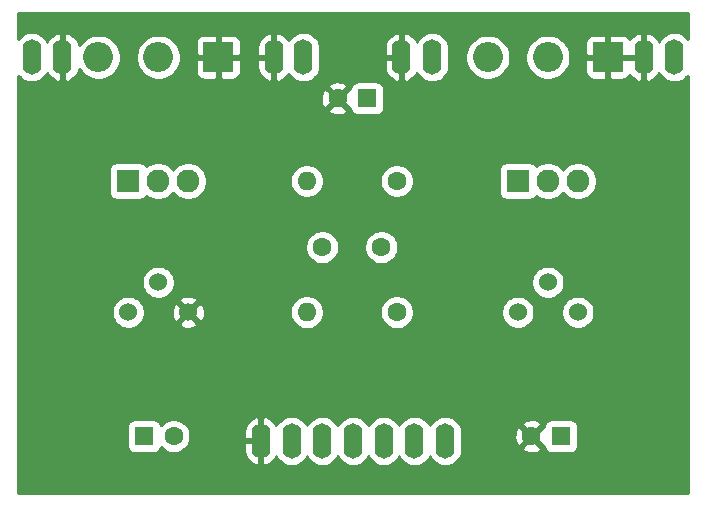
<source format=gbl>
G04 #@! TF.GenerationSoftware,KiCad,Pcbnew,(5.1.5-0-10_14)*
G04 #@! TF.CreationDate,2021-12-30T16:01:06+01:00*
G04 #@! TF.ProjectId,npnium,6e706e69-756d-42e6-9b69-6361645f7063,rev?*
G04 #@! TF.SameCoordinates,Original*
G04 #@! TF.FileFunction,Copper,L2,Bot*
G04 #@! TF.FilePolarity,Positive*
%FSLAX46Y46*%
G04 Gerber Fmt 4.6, Leading zero omitted, Abs format (unit mm)*
G04 Created by KiCad (PCBNEW (5.1.5-0-10_14)) date 2021-12-30 16:01:06*
%MOMM*%
%LPD*%
G04 APERTURE LIST*
%ADD10C,1.524000*%
%ADD11C,1.600000*%
%ADD12R,1.600000X1.600000*%
%ADD13O,1.930400X1.930400*%
%ADD14R,1.930400X1.930400*%
%ADD15O,1.600000X1.600000*%
%ADD16O,1.600000X3.000000*%
%ADD17O,2.540000X2.540000*%
%ADD18R,2.540000X2.540000*%
%ADD19C,0.254000*%
G04 APERTURE END LIST*
D10*
X86040000Y-100000000D03*
X83500000Y-97460000D03*
X80960000Y-100000000D03*
X119040000Y-100000000D03*
X116500000Y-97460000D03*
X113960000Y-100000000D03*
D11*
X115100000Y-110500000D03*
D12*
X117600000Y-110500000D03*
D13*
X119040000Y-88900000D03*
X116500000Y-88900000D03*
D14*
X113960000Y-88900000D03*
D13*
X86040000Y-88900000D03*
X83500000Y-88900000D03*
D14*
X80960000Y-88900000D03*
D15*
X96080000Y-88900000D03*
D11*
X103700000Y-88900000D03*
D15*
X96080000Y-100000000D03*
D11*
X103700000Y-100000000D03*
D16*
X106700000Y-78400000D03*
X127200000Y-78400000D03*
X100000000Y-110900000D03*
X104100000Y-78400000D03*
X97400000Y-110900000D03*
X124600000Y-78400000D03*
X105200000Y-110900000D03*
X75400000Y-78400000D03*
X72800000Y-78400000D03*
X94800000Y-110900000D03*
X92200000Y-110900000D03*
X107800000Y-110900000D03*
X102600000Y-110900000D03*
X95800000Y-78400000D03*
X93300000Y-78400000D03*
D11*
X98700000Y-81900000D03*
D12*
X101200000Y-81900000D03*
D11*
X97400000Y-94500000D03*
X102400000Y-94500000D03*
X84800000Y-110500000D03*
D12*
X82300000Y-110500000D03*
D17*
X111420000Y-78400000D03*
X116500000Y-78400000D03*
D18*
X121580000Y-78400000D03*
D17*
X78420000Y-78400000D03*
X83500000Y-78400000D03*
D18*
X88580000Y-78400000D03*
D19*
G36*
X128340001Y-76827092D02*
G01*
X128219607Y-76680392D01*
X128001100Y-76501068D01*
X127751807Y-76367818D01*
X127481308Y-76285764D01*
X127200000Y-76258057D01*
X126918691Y-76285764D01*
X126648192Y-76367818D01*
X126398899Y-76501068D01*
X126180392Y-76680393D01*
X126001068Y-76898900D01*
X125899485Y-77088947D01*
X125877166Y-77033517D01*
X125722601Y-76797161D01*
X125524895Y-76595500D01*
X125291646Y-76436285D01*
X125031818Y-76325633D01*
X124949039Y-76308096D01*
X124727000Y-76430085D01*
X124727000Y-78273000D01*
X124747000Y-78273000D01*
X124747000Y-78527000D01*
X124727000Y-78527000D01*
X124727000Y-80369915D01*
X124949039Y-80491904D01*
X125031818Y-80474367D01*
X125291646Y-80363715D01*
X125524895Y-80204500D01*
X125722601Y-80002839D01*
X125877166Y-79766483D01*
X125899486Y-79711052D01*
X126001069Y-79901101D01*
X126180393Y-80119608D01*
X126398900Y-80298932D01*
X126648193Y-80432182D01*
X126918692Y-80514236D01*
X127200000Y-80541943D01*
X127481309Y-80514236D01*
X127751808Y-80432182D01*
X128001101Y-80298932D01*
X128219608Y-80119608D01*
X128340001Y-79972909D01*
X128340000Y-115340000D01*
X71660000Y-115340000D01*
X71660000Y-109700000D01*
X80861928Y-109700000D01*
X80861928Y-111300000D01*
X80874188Y-111424482D01*
X80910498Y-111544180D01*
X80969463Y-111654494D01*
X81048815Y-111751185D01*
X81145506Y-111830537D01*
X81255820Y-111889502D01*
X81375518Y-111925812D01*
X81500000Y-111938072D01*
X83100000Y-111938072D01*
X83224482Y-111925812D01*
X83344180Y-111889502D01*
X83454494Y-111830537D01*
X83551185Y-111751185D01*
X83630537Y-111654494D01*
X83689502Y-111544180D01*
X83718661Y-111448057D01*
X83885241Y-111614637D01*
X84120273Y-111771680D01*
X84381426Y-111879853D01*
X84658665Y-111935000D01*
X84941335Y-111935000D01*
X85218574Y-111879853D01*
X85479727Y-111771680D01*
X85714759Y-111614637D01*
X85914637Y-111414759D01*
X86071680Y-111179727D01*
X86134941Y-111027000D01*
X90765000Y-111027000D01*
X90765000Y-111727000D01*
X90817350Y-112004514D01*
X90922834Y-112266483D01*
X91077399Y-112502839D01*
X91275105Y-112704500D01*
X91508354Y-112863715D01*
X91768182Y-112974367D01*
X91850961Y-112991904D01*
X92073000Y-112869915D01*
X92073000Y-111027000D01*
X90765000Y-111027000D01*
X86134941Y-111027000D01*
X86179853Y-110918574D01*
X86235000Y-110641335D01*
X86235000Y-110358665D01*
X86179853Y-110081426D01*
X86176363Y-110073000D01*
X90765000Y-110073000D01*
X90765000Y-110773000D01*
X92073000Y-110773000D01*
X92073000Y-108930085D01*
X92327000Y-108930085D01*
X92327000Y-110773000D01*
X92347000Y-110773000D01*
X92347000Y-111027000D01*
X92327000Y-111027000D01*
X92327000Y-112869915D01*
X92549039Y-112991904D01*
X92631818Y-112974367D01*
X92891646Y-112863715D01*
X93124895Y-112704500D01*
X93322601Y-112502839D01*
X93477166Y-112266483D01*
X93499486Y-112211052D01*
X93601069Y-112401101D01*
X93780393Y-112619608D01*
X93998900Y-112798932D01*
X94248193Y-112932182D01*
X94518692Y-113014236D01*
X94800000Y-113041943D01*
X95081309Y-113014236D01*
X95351808Y-112932182D01*
X95601101Y-112798932D01*
X95819608Y-112619608D01*
X95998932Y-112401101D01*
X96100001Y-112212015D01*
X96201069Y-112401101D01*
X96380393Y-112619608D01*
X96598900Y-112798932D01*
X96848193Y-112932182D01*
X97118692Y-113014236D01*
X97400000Y-113041943D01*
X97681309Y-113014236D01*
X97951808Y-112932182D01*
X98201101Y-112798932D01*
X98419608Y-112619608D01*
X98598932Y-112401101D01*
X98700001Y-112212015D01*
X98801069Y-112401101D01*
X98980393Y-112619608D01*
X99198900Y-112798932D01*
X99448193Y-112932182D01*
X99718692Y-113014236D01*
X100000000Y-113041943D01*
X100281309Y-113014236D01*
X100551808Y-112932182D01*
X100801101Y-112798932D01*
X101019608Y-112619608D01*
X101198932Y-112401101D01*
X101300001Y-112212015D01*
X101401069Y-112401101D01*
X101580393Y-112619608D01*
X101798900Y-112798932D01*
X102048193Y-112932182D01*
X102318692Y-113014236D01*
X102600000Y-113041943D01*
X102881309Y-113014236D01*
X103151808Y-112932182D01*
X103401101Y-112798932D01*
X103619608Y-112619608D01*
X103798932Y-112401101D01*
X103900001Y-112212015D01*
X104001069Y-112401101D01*
X104180393Y-112619608D01*
X104398900Y-112798932D01*
X104648193Y-112932182D01*
X104918692Y-113014236D01*
X105200000Y-113041943D01*
X105481309Y-113014236D01*
X105751808Y-112932182D01*
X106001101Y-112798932D01*
X106219608Y-112619608D01*
X106398932Y-112401101D01*
X106500001Y-112212015D01*
X106601069Y-112401101D01*
X106780393Y-112619608D01*
X106998900Y-112798932D01*
X107248193Y-112932182D01*
X107518692Y-113014236D01*
X107800000Y-113041943D01*
X108081309Y-113014236D01*
X108351808Y-112932182D01*
X108601101Y-112798932D01*
X108819608Y-112619608D01*
X108998932Y-112401101D01*
X109132182Y-112151808D01*
X109214236Y-111881309D01*
X109235000Y-111670492D01*
X109235000Y-111492702D01*
X114286903Y-111492702D01*
X114358486Y-111736671D01*
X114613996Y-111857571D01*
X114888184Y-111926300D01*
X115170512Y-111940217D01*
X115450130Y-111898787D01*
X115716292Y-111803603D01*
X115841514Y-111736671D01*
X115913097Y-111492702D01*
X115100000Y-110679605D01*
X114286903Y-111492702D01*
X109235000Y-111492702D01*
X109235000Y-110570512D01*
X113659783Y-110570512D01*
X113701213Y-110850130D01*
X113796397Y-111116292D01*
X113863329Y-111241514D01*
X114107298Y-111313097D01*
X114920395Y-110500000D01*
X115279605Y-110500000D01*
X116092702Y-111313097D01*
X116161928Y-111292785D01*
X116161928Y-111300000D01*
X116174188Y-111424482D01*
X116210498Y-111544180D01*
X116269463Y-111654494D01*
X116348815Y-111751185D01*
X116445506Y-111830537D01*
X116555820Y-111889502D01*
X116675518Y-111925812D01*
X116800000Y-111938072D01*
X118400000Y-111938072D01*
X118524482Y-111925812D01*
X118644180Y-111889502D01*
X118754494Y-111830537D01*
X118851185Y-111751185D01*
X118930537Y-111654494D01*
X118989502Y-111544180D01*
X119025812Y-111424482D01*
X119038072Y-111300000D01*
X119038072Y-109700000D01*
X119025812Y-109575518D01*
X118989502Y-109455820D01*
X118930537Y-109345506D01*
X118851185Y-109248815D01*
X118754494Y-109169463D01*
X118644180Y-109110498D01*
X118524482Y-109074188D01*
X118400000Y-109061928D01*
X116800000Y-109061928D01*
X116675518Y-109074188D01*
X116555820Y-109110498D01*
X116445506Y-109169463D01*
X116348815Y-109248815D01*
X116269463Y-109345506D01*
X116210498Y-109455820D01*
X116174188Y-109575518D01*
X116161928Y-109700000D01*
X116161928Y-109707215D01*
X116092702Y-109686903D01*
X115279605Y-110500000D01*
X114920395Y-110500000D01*
X114107298Y-109686903D01*
X113863329Y-109758486D01*
X113742429Y-110013996D01*
X113673700Y-110288184D01*
X113659783Y-110570512D01*
X109235000Y-110570512D01*
X109235000Y-110129508D01*
X109214236Y-109918691D01*
X109132182Y-109648192D01*
X109056873Y-109507298D01*
X114286903Y-109507298D01*
X115100000Y-110320395D01*
X115913097Y-109507298D01*
X115841514Y-109263329D01*
X115586004Y-109142429D01*
X115311816Y-109073700D01*
X115029488Y-109059783D01*
X114749870Y-109101213D01*
X114483708Y-109196397D01*
X114358486Y-109263329D01*
X114286903Y-109507298D01*
X109056873Y-109507298D01*
X108998932Y-109398899D01*
X108819607Y-109180392D01*
X108601100Y-109001068D01*
X108351807Y-108867818D01*
X108081308Y-108785764D01*
X107800000Y-108758057D01*
X107518691Y-108785764D01*
X107248192Y-108867818D01*
X106998899Y-109001068D01*
X106780392Y-109180393D01*
X106601068Y-109398900D01*
X106500000Y-109587984D01*
X106398932Y-109398899D01*
X106219607Y-109180392D01*
X106001100Y-109001068D01*
X105751807Y-108867818D01*
X105481308Y-108785764D01*
X105200000Y-108758057D01*
X104918691Y-108785764D01*
X104648192Y-108867818D01*
X104398899Y-109001068D01*
X104180392Y-109180393D01*
X104001068Y-109398900D01*
X103900000Y-109587984D01*
X103798932Y-109398899D01*
X103619607Y-109180392D01*
X103401100Y-109001068D01*
X103151807Y-108867818D01*
X102881308Y-108785764D01*
X102600000Y-108758057D01*
X102318691Y-108785764D01*
X102048192Y-108867818D01*
X101798899Y-109001068D01*
X101580392Y-109180393D01*
X101401068Y-109398900D01*
X101300000Y-109587984D01*
X101198932Y-109398899D01*
X101019607Y-109180392D01*
X100801100Y-109001068D01*
X100551807Y-108867818D01*
X100281308Y-108785764D01*
X100000000Y-108758057D01*
X99718691Y-108785764D01*
X99448192Y-108867818D01*
X99198899Y-109001068D01*
X98980392Y-109180393D01*
X98801068Y-109398900D01*
X98700000Y-109587984D01*
X98598932Y-109398899D01*
X98419607Y-109180392D01*
X98201100Y-109001068D01*
X97951807Y-108867818D01*
X97681308Y-108785764D01*
X97400000Y-108758057D01*
X97118691Y-108785764D01*
X96848192Y-108867818D01*
X96598899Y-109001068D01*
X96380392Y-109180393D01*
X96201068Y-109398900D01*
X96100000Y-109587984D01*
X95998932Y-109398899D01*
X95819607Y-109180392D01*
X95601100Y-109001068D01*
X95351807Y-108867818D01*
X95081308Y-108785764D01*
X94800000Y-108758057D01*
X94518691Y-108785764D01*
X94248192Y-108867818D01*
X93998899Y-109001068D01*
X93780392Y-109180393D01*
X93601068Y-109398900D01*
X93499485Y-109588947D01*
X93477166Y-109533517D01*
X93322601Y-109297161D01*
X93124895Y-109095500D01*
X92891646Y-108936285D01*
X92631818Y-108825633D01*
X92549039Y-108808096D01*
X92327000Y-108930085D01*
X92073000Y-108930085D01*
X91850961Y-108808096D01*
X91768182Y-108825633D01*
X91508354Y-108936285D01*
X91275105Y-109095500D01*
X91077399Y-109297161D01*
X90922834Y-109533517D01*
X90817350Y-109795486D01*
X90765000Y-110073000D01*
X86176363Y-110073000D01*
X86071680Y-109820273D01*
X85914637Y-109585241D01*
X85714759Y-109385363D01*
X85479727Y-109228320D01*
X85218574Y-109120147D01*
X84941335Y-109065000D01*
X84658665Y-109065000D01*
X84381426Y-109120147D01*
X84120273Y-109228320D01*
X83885241Y-109385363D01*
X83718661Y-109551943D01*
X83689502Y-109455820D01*
X83630537Y-109345506D01*
X83551185Y-109248815D01*
X83454494Y-109169463D01*
X83344180Y-109110498D01*
X83224482Y-109074188D01*
X83100000Y-109061928D01*
X81500000Y-109061928D01*
X81375518Y-109074188D01*
X81255820Y-109110498D01*
X81145506Y-109169463D01*
X81048815Y-109248815D01*
X80969463Y-109345506D01*
X80910498Y-109455820D01*
X80874188Y-109575518D01*
X80861928Y-109700000D01*
X71660000Y-109700000D01*
X71660000Y-99862408D01*
X79563000Y-99862408D01*
X79563000Y-100137592D01*
X79616686Y-100407490D01*
X79721995Y-100661727D01*
X79874880Y-100890535D01*
X80069465Y-101085120D01*
X80298273Y-101238005D01*
X80552510Y-101343314D01*
X80822408Y-101397000D01*
X81097592Y-101397000D01*
X81367490Y-101343314D01*
X81621727Y-101238005D01*
X81850535Y-101085120D01*
X81970090Y-100965565D01*
X85254040Y-100965565D01*
X85321020Y-101205656D01*
X85570048Y-101322756D01*
X85837135Y-101389023D01*
X86112017Y-101401910D01*
X86384133Y-101360922D01*
X86643023Y-101267636D01*
X86758980Y-101205656D01*
X86825960Y-100965565D01*
X86040000Y-100179605D01*
X85254040Y-100965565D01*
X81970090Y-100965565D01*
X82045120Y-100890535D01*
X82198005Y-100661727D01*
X82303314Y-100407490D01*
X82357000Y-100137592D01*
X82357000Y-100072017D01*
X84638090Y-100072017D01*
X84679078Y-100344133D01*
X84772364Y-100603023D01*
X84834344Y-100718980D01*
X85074435Y-100785960D01*
X85860395Y-100000000D01*
X86219605Y-100000000D01*
X87005565Y-100785960D01*
X87245656Y-100718980D01*
X87362756Y-100469952D01*
X87429023Y-100202865D01*
X87441910Y-99927983D01*
X87431469Y-99858665D01*
X94645000Y-99858665D01*
X94645000Y-100141335D01*
X94700147Y-100418574D01*
X94808320Y-100679727D01*
X94965363Y-100914759D01*
X95165241Y-101114637D01*
X95400273Y-101271680D01*
X95661426Y-101379853D01*
X95938665Y-101435000D01*
X96221335Y-101435000D01*
X96498574Y-101379853D01*
X96759727Y-101271680D01*
X96994759Y-101114637D01*
X97194637Y-100914759D01*
X97351680Y-100679727D01*
X97459853Y-100418574D01*
X97515000Y-100141335D01*
X97515000Y-99858665D01*
X102265000Y-99858665D01*
X102265000Y-100141335D01*
X102320147Y-100418574D01*
X102428320Y-100679727D01*
X102585363Y-100914759D01*
X102785241Y-101114637D01*
X103020273Y-101271680D01*
X103281426Y-101379853D01*
X103558665Y-101435000D01*
X103841335Y-101435000D01*
X104118574Y-101379853D01*
X104379727Y-101271680D01*
X104614759Y-101114637D01*
X104814637Y-100914759D01*
X104971680Y-100679727D01*
X105079853Y-100418574D01*
X105135000Y-100141335D01*
X105135000Y-99862408D01*
X112563000Y-99862408D01*
X112563000Y-100137592D01*
X112616686Y-100407490D01*
X112721995Y-100661727D01*
X112874880Y-100890535D01*
X113069465Y-101085120D01*
X113298273Y-101238005D01*
X113552510Y-101343314D01*
X113822408Y-101397000D01*
X114097592Y-101397000D01*
X114367490Y-101343314D01*
X114621727Y-101238005D01*
X114850535Y-101085120D01*
X115045120Y-100890535D01*
X115198005Y-100661727D01*
X115303314Y-100407490D01*
X115357000Y-100137592D01*
X115357000Y-99862408D01*
X117643000Y-99862408D01*
X117643000Y-100137592D01*
X117696686Y-100407490D01*
X117801995Y-100661727D01*
X117954880Y-100890535D01*
X118149465Y-101085120D01*
X118378273Y-101238005D01*
X118632510Y-101343314D01*
X118902408Y-101397000D01*
X119177592Y-101397000D01*
X119447490Y-101343314D01*
X119701727Y-101238005D01*
X119930535Y-101085120D01*
X120125120Y-100890535D01*
X120278005Y-100661727D01*
X120383314Y-100407490D01*
X120437000Y-100137592D01*
X120437000Y-99862408D01*
X120383314Y-99592510D01*
X120278005Y-99338273D01*
X120125120Y-99109465D01*
X119930535Y-98914880D01*
X119701727Y-98761995D01*
X119447490Y-98656686D01*
X119177592Y-98603000D01*
X118902408Y-98603000D01*
X118632510Y-98656686D01*
X118378273Y-98761995D01*
X118149465Y-98914880D01*
X117954880Y-99109465D01*
X117801995Y-99338273D01*
X117696686Y-99592510D01*
X117643000Y-99862408D01*
X115357000Y-99862408D01*
X115303314Y-99592510D01*
X115198005Y-99338273D01*
X115045120Y-99109465D01*
X114850535Y-98914880D01*
X114621727Y-98761995D01*
X114367490Y-98656686D01*
X114097592Y-98603000D01*
X113822408Y-98603000D01*
X113552510Y-98656686D01*
X113298273Y-98761995D01*
X113069465Y-98914880D01*
X112874880Y-99109465D01*
X112721995Y-99338273D01*
X112616686Y-99592510D01*
X112563000Y-99862408D01*
X105135000Y-99862408D01*
X105135000Y-99858665D01*
X105079853Y-99581426D01*
X104971680Y-99320273D01*
X104814637Y-99085241D01*
X104614759Y-98885363D01*
X104379727Y-98728320D01*
X104118574Y-98620147D01*
X103841335Y-98565000D01*
X103558665Y-98565000D01*
X103281426Y-98620147D01*
X103020273Y-98728320D01*
X102785241Y-98885363D01*
X102585363Y-99085241D01*
X102428320Y-99320273D01*
X102320147Y-99581426D01*
X102265000Y-99858665D01*
X97515000Y-99858665D01*
X97459853Y-99581426D01*
X97351680Y-99320273D01*
X97194637Y-99085241D01*
X96994759Y-98885363D01*
X96759727Y-98728320D01*
X96498574Y-98620147D01*
X96221335Y-98565000D01*
X95938665Y-98565000D01*
X95661426Y-98620147D01*
X95400273Y-98728320D01*
X95165241Y-98885363D01*
X94965363Y-99085241D01*
X94808320Y-99320273D01*
X94700147Y-99581426D01*
X94645000Y-99858665D01*
X87431469Y-99858665D01*
X87400922Y-99655867D01*
X87307636Y-99396977D01*
X87245656Y-99281020D01*
X87005565Y-99214040D01*
X86219605Y-100000000D01*
X85860395Y-100000000D01*
X85074435Y-99214040D01*
X84834344Y-99281020D01*
X84717244Y-99530048D01*
X84650977Y-99797135D01*
X84638090Y-100072017D01*
X82357000Y-100072017D01*
X82357000Y-99862408D01*
X82303314Y-99592510D01*
X82198005Y-99338273D01*
X82045120Y-99109465D01*
X81970090Y-99034435D01*
X85254040Y-99034435D01*
X86040000Y-99820395D01*
X86825960Y-99034435D01*
X86758980Y-98794344D01*
X86509952Y-98677244D01*
X86242865Y-98610977D01*
X85967983Y-98598090D01*
X85695867Y-98639078D01*
X85436977Y-98732364D01*
X85321020Y-98794344D01*
X85254040Y-99034435D01*
X81970090Y-99034435D01*
X81850535Y-98914880D01*
X81621727Y-98761995D01*
X81367490Y-98656686D01*
X81097592Y-98603000D01*
X80822408Y-98603000D01*
X80552510Y-98656686D01*
X80298273Y-98761995D01*
X80069465Y-98914880D01*
X79874880Y-99109465D01*
X79721995Y-99338273D01*
X79616686Y-99592510D01*
X79563000Y-99862408D01*
X71660000Y-99862408D01*
X71660000Y-97322408D01*
X82103000Y-97322408D01*
X82103000Y-97597592D01*
X82156686Y-97867490D01*
X82261995Y-98121727D01*
X82414880Y-98350535D01*
X82609465Y-98545120D01*
X82838273Y-98698005D01*
X83092510Y-98803314D01*
X83362408Y-98857000D01*
X83637592Y-98857000D01*
X83907490Y-98803314D01*
X84161727Y-98698005D01*
X84390535Y-98545120D01*
X84585120Y-98350535D01*
X84738005Y-98121727D01*
X84843314Y-97867490D01*
X84897000Y-97597592D01*
X84897000Y-97322408D01*
X115103000Y-97322408D01*
X115103000Y-97597592D01*
X115156686Y-97867490D01*
X115261995Y-98121727D01*
X115414880Y-98350535D01*
X115609465Y-98545120D01*
X115838273Y-98698005D01*
X116092510Y-98803314D01*
X116362408Y-98857000D01*
X116637592Y-98857000D01*
X116907490Y-98803314D01*
X117161727Y-98698005D01*
X117390535Y-98545120D01*
X117585120Y-98350535D01*
X117738005Y-98121727D01*
X117843314Y-97867490D01*
X117897000Y-97597592D01*
X117897000Y-97322408D01*
X117843314Y-97052510D01*
X117738005Y-96798273D01*
X117585120Y-96569465D01*
X117390535Y-96374880D01*
X117161727Y-96221995D01*
X116907490Y-96116686D01*
X116637592Y-96063000D01*
X116362408Y-96063000D01*
X116092510Y-96116686D01*
X115838273Y-96221995D01*
X115609465Y-96374880D01*
X115414880Y-96569465D01*
X115261995Y-96798273D01*
X115156686Y-97052510D01*
X115103000Y-97322408D01*
X84897000Y-97322408D01*
X84843314Y-97052510D01*
X84738005Y-96798273D01*
X84585120Y-96569465D01*
X84390535Y-96374880D01*
X84161727Y-96221995D01*
X83907490Y-96116686D01*
X83637592Y-96063000D01*
X83362408Y-96063000D01*
X83092510Y-96116686D01*
X82838273Y-96221995D01*
X82609465Y-96374880D01*
X82414880Y-96569465D01*
X82261995Y-96798273D01*
X82156686Y-97052510D01*
X82103000Y-97322408D01*
X71660000Y-97322408D01*
X71660000Y-94358665D01*
X95965000Y-94358665D01*
X95965000Y-94641335D01*
X96020147Y-94918574D01*
X96128320Y-95179727D01*
X96285363Y-95414759D01*
X96485241Y-95614637D01*
X96720273Y-95771680D01*
X96981426Y-95879853D01*
X97258665Y-95935000D01*
X97541335Y-95935000D01*
X97818574Y-95879853D01*
X98079727Y-95771680D01*
X98314759Y-95614637D01*
X98514637Y-95414759D01*
X98671680Y-95179727D01*
X98779853Y-94918574D01*
X98835000Y-94641335D01*
X98835000Y-94358665D01*
X100965000Y-94358665D01*
X100965000Y-94641335D01*
X101020147Y-94918574D01*
X101128320Y-95179727D01*
X101285363Y-95414759D01*
X101485241Y-95614637D01*
X101720273Y-95771680D01*
X101981426Y-95879853D01*
X102258665Y-95935000D01*
X102541335Y-95935000D01*
X102818574Y-95879853D01*
X103079727Y-95771680D01*
X103314759Y-95614637D01*
X103514637Y-95414759D01*
X103671680Y-95179727D01*
X103779853Y-94918574D01*
X103835000Y-94641335D01*
X103835000Y-94358665D01*
X103779853Y-94081426D01*
X103671680Y-93820273D01*
X103514637Y-93585241D01*
X103314759Y-93385363D01*
X103079727Y-93228320D01*
X102818574Y-93120147D01*
X102541335Y-93065000D01*
X102258665Y-93065000D01*
X101981426Y-93120147D01*
X101720273Y-93228320D01*
X101485241Y-93385363D01*
X101285363Y-93585241D01*
X101128320Y-93820273D01*
X101020147Y-94081426D01*
X100965000Y-94358665D01*
X98835000Y-94358665D01*
X98779853Y-94081426D01*
X98671680Y-93820273D01*
X98514637Y-93585241D01*
X98314759Y-93385363D01*
X98079727Y-93228320D01*
X97818574Y-93120147D01*
X97541335Y-93065000D01*
X97258665Y-93065000D01*
X96981426Y-93120147D01*
X96720273Y-93228320D01*
X96485241Y-93385363D01*
X96285363Y-93585241D01*
X96128320Y-93820273D01*
X96020147Y-94081426D01*
X95965000Y-94358665D01*
X71660000Y-94358665D01*
X71660000Y-87934800D01*
X79356728Y-87934800D01*
X79356728Y-89865200D01*
X79368988Y-89989682D01*
X79405298Y-90109380D01*
X79464263Y-90219694D01*
X79543615Y-90316385D01*
X79640306Y-90395737D01*
X79750620Y-90454702D01*
X79870318Y-90491012D01*
X79994800Y-90503272D01*
X81925200Y-90503272D01*
X82049682Y-90491012D01*
X82169380Y-90454702D01*
X82279694Y-90395737D01*
X82376385Y-90316385D01*
X82455737Y-90219694D01*
X82492327Y-90151239D01*
X82742021Y-90318079D01*
X83033239Y-90438706D01*
X83342394Y-90500200D01*
X83657606Y-90500200D01*
X83966761Y-90438706D01*
X84257979Y-90318079D01*
X84520068Y-90142957D01*
X84742957Y-89920068D01*
X84770000Y-89879595D01*
X84797043Y-89920068D01*
X85019932Y-90142957D01*
X85282021Y-90318079D01*
X85573239Y-90438706D01*
X85882394Y-90500200D01*
X86197606Y-90500200D01*
X86506761Y-90438706D01*
X86797979Y-90318079D01*
X87060068Y-90142957D01*
X87282957Y-89920068D01*
X87458079Y-89657979D01*
X87578706Y-89366761D01*
X87640200Y-89057606D01*
X87640200Y-88758665D01*
X94645000Y-88758665D01*
X94645000Y-89041335D01*
X94700147Y-89318574D01*
X94808320Y-89579727D01*
X94965363Y-89814759D01*
X95165241Y-90014637D01*
X95400273Y-90171680D01*
X95661426Y-90279853D01*
X95938665Y-90335000D01*
X96221335Y-90335000D01*
X96498574Y-90279853D01*
X96759727Y-90171680D01*
X96994759Y-90014637D01*
X97194637Y-89814759D01*
X97351680Y-89579727D01*
X97459853Y-89318574D01*
X97515000Y-89041335D01*
X97515000Y-88758665D01*
X102265000Y-88758665D01*
X102265000Y-89041335D01*
X102320147Y-89318574D01*
X102428320Y-89579727D01*
X102585363Y-89814759D01*
X102785241Y-90014637D01*
X103020273Y-90171680D01*
X103281426Y-90279853D01*
X103558665Y-90335000D01*
X103841335Y-90335000D01*
X104118574Y-90279853D01*
X104379727Y-90171680D01*
X104614759Y-90014637D01*
X104814637Y-89814759D01*
X104971680Y-89579727D01*
X105079853Y-89318574D01*
X105135000Y-89041335D01*
X105135000Y-88758665D01*
X105079853Y-88481426D01*
X104971680Y-88220273D01*
X104814637Y-87985241D01*
X104764196Y-87934800D01*
X112356728Y-87934800D01*
X112356728Y-89865200D01*
X112368988Y-89989682D01*
X112405298Y-90109380D01*
X112464263Y-90219694D01*
X112543615Y-90316385D01*
X112640306Y-90395737D01*
X112750620Y-90454702D01*
X112870318Y-90491012D01*
X112994800Y-90503272D01*
X114925200Y-90503272D01*
X115049682Y-90491012D01*
X115169380Y-90454702D01*
X115279694Y-90395737D01*
X115376385Y-90316385D01*
X115455737Y-90219694D01*
X115492327Y-90151239D01*
X115742021Y-90318079D01*
X116033239Y-90438706D01*
X116342394Y-90500200D01*
X116657606Y-90500200D01*
X116966761Y-90438706D01*
X117257979Y-90318079D01*
X117520068Y-90142957D01*
X117742957Y-89920068D01*
X117770000Y-89879595D01*
X117797043Y-89920068D01*
X118019932Y-90142957D01*
X118282021Y-90318079D01*
X118573239Y-90438706D01*
X118882394Y-90500200D01*
X119197606Y-90500200D01*
X119506761Y-90438706D01*
X119797979Y-90318079D01*
X120060068Y-90142957D01*
X120282957Y-89920068D01*
X120458079Y-89657979D01*
X120578706Y-89366761D01*
X120640200Y-89057606D01*
X120640200Y-88742394D01*
X120578706Y-88433239D01*
X120458079Y-88142021D01*
X120282957Y-87879932D01*
X120060068Y-87657043D01*
X119797979Y-87481921D01*
X119506761Y-87361294D01*
X119197606Y-87299800D01*
X118882394Y-87299800D01*
X118573239Y-87361294D01*
X118282021Y-87481921D01*
X118019932Y-87657043D01*
X117797043Y-87879932D01*
X117770000Y-87920405D01*
X117742957Y-87879932D01*
X117520068Y-87657043D01*
X117257979Y-87481921D01*
X116966761Y-87361294D01*
X116657606Y-87299800D01*
X116342394Y-87299800D01*
X116033239Y-87361294D01*
X115742021Y-87481921D01*
X115492327Y-87648761D01*
X115455737Y-87580306D01*
X115376385Y-87483615D01*
X115279694Y-87404263D01*
X115169380Y-87345298D01*
X115049682Y-87308988D01*
X114925200Y-87296728D01*
X112994800Y-87296728D01*
X112870318Y-87308988D01*
X112750620Y-87345298D01*
X112640306Y-87404263D01*
X112543615Y-87483615D01*
X112464263Y-87580306D01*
X112405298Y-87690620D01*
X112368988Y-87810318D01*
X112356728Y-87934800D01*
X104764196Y-87934800D01*
X104614759Y-87785363D01*
X104379727Y-87628320D01*
X104118574Y-87520147D01*
X103841335Y-87465000D01*
X103558665Y-87465000D01*
X103281426Y-87520147D01*
X103020273Y-87628320D01*
X102785241Y-87785363D01*
X102585363Y-87985241D01*
X102428320Y-88220273D01*
X102320147Y-88481426D01*
X102265000Y-88758665D01*
X97515000Y-88758665D01*
X97459853Y-88481426D01*
X97351680Y-88220273D01*
X97194637Y-87985241D01*
X96994759Y-87785363D01*
X96759727Y-87628320D01*
X96498574Y-87520147D01*
X96221335Y-87465000D01*
X95938665Y-87465000D01*
X95661426Y-87520147D01*
X95400273Y-87628320D01*
X95165241Y-87785363D01*
X94965363Y-87985241D01*
X94808320Y-88220273D01*
X94700147Y-88481426D01*
X94645000Y-88758665D01*
X87640200Y-88758665D01*
X87640200Y-88742394D01*
X87578706Y-88433239D01*
X87458079Y-88142021D01*
X87282957Y-87879932D01*
X87060068Y-87657043D01*
X86797979Y-87481921D01*
X86506761Y-87361294D01*
X86197606Y-87299800D01*
X85882394Y-87299800D01*
X85573239Y-87361294D01*
X85282021Y-87481921D01*
X85019932Y-87657043D01*
X84797043Y-87879932D01*
X84770000Y-87920405D01*
X84742957Y-87879932D01*
X84520068Y-87657043D01*
X84257979Y-87481921D01*
X83966761Y-87361294D01*
X83657606Y-87299800D01*
X83342394Y-87299800D01*
X83033239Y-87361294D01*
X82742021Y-87481921D01*
X82492327Y-87648761D01*
X82455737Y-87580306D01*
X82376385Y-87483615D01*
X82279694Y-87404263D01*
X82169380Y-87345298D01*
X82049682Y-87308988D01*
X81925200Y-87296728D01*
X79994800Y-87296728D01*
X79870318Y-87308988D01*
X79750620Y-87345298D01*
X79640306Y-87404263D01*
X79543615Y-87483615D01*
X79464263Y-87580306D01*
X79405298Y-87690620D01*
X79368988Y-87810318D01*
X79356728Y-87934800D01*
X71660000Y-87934800D01*
X71660000Y-82892702D01*
X97886903Y-82892702D01*
X97958486Y-83136671D01*
X98213996Y-83257571D01*
X98488184Y-83326300D01*
X98770512Y-83340217D01*
X99050130Y-83298787D01*
X99316292Y-83203603D01*
X99441514Y-83136671D01*
X99513097Y-82892702D01*
X98700000Y-82079605D01*
X97886903Y-82892702D01*
X71660000Y-82892702D01*
X71660000Y-81970512D01*
X97259783Y-81970512D01*
X97301213Y-82250130D01*
X97396397Y-82516292D01*
X97463329Y-82641514D01*
X97707298Y-82713097D01*
X98520395Y-81900000D01*
X98879605Y-81900000D01*
X99692702Y-82713097D01*
X99761928Y-82692785D01*
X99761928Y-82700000D01*
X99774188Y-82824482D01*
X99810498Y-82944180D01*
X99869463Y-83054494D01*
X99948815Y-83151185D01*
X100045506Y-83230537D01*
X100155820Y-83289502D01*
X100275518Y-83325812D01*
X100400000Y-83338072D01*
X102000000Y-83338072D01*
X102124482Y-83325812D01*
X102244180Y-83289502D01*
X102354494Y-83230537D01*
X102451185Y-83151185D01*
X102530537Y-83054494D01*
X102589502Y-82944180D01*
X102625812Y-82824482D01*
X102638072Y-82700000D01*
X102638072Y-81100000D01*
X102625812Y-80975518D01*
X102589502Y-80855820D01*
X102530537Y-80745506D01*
X102451185Y-80648815D01*
X102354494Y-80569463D01*
X102244180Y-80510498D01*
X102124482Y-80474188D01*
X102000000Y-80461928D01*
X100400000Y-80461928D01*
X100275518Y-80474188D01*
X100155820Y-80510498D01*
X100045506Y-80569463D01*
X99948815Y-80648815D01*
X99869463Y-80745506D01*
X99810498Y-80855820D01*
X99774188Y-80975518D01*
X99761928Y-81100000D01*
X99761928Y-81107215D01*
X99692702Y-81086903D01*
X98879605Y-81900000D01*
X98520395Y-81900000D01*
X97707298Y-81086903D01*
X97463329Y-81158486D01*
X97342429Y-81413996D01*
X97273700Y-81688184D01*
X97259783Y-81970512D01*
X71660000Y-81970512D01*
X71660000Y-80907298D01*
X97886903Y-80907298D01*
X98700000Y-81720395D01*
X99513097Y-80907298D01*
X99441514Y-80663329D01*
X99186004Y-80542429D01*
X98911816Y-80473700D01*
X98629488Y-80459783D01*
X98349870Y-80501213D01*
X98083708Y-80596397D01*
X97958486Y-80663329D01*
X97886903Y-80907298D01*
X71660000Y-80907298D01*
X71660000Y-79972909D01*
X71780393Y-80119608D01*
X71998900Y-80298932D01*
X72248193Y-80432182D01*
X72518692Y-80514236D01*
X72800000Y-80541943D01*
X73081309Y-80514236D01*
X73351808Y-80432182D01*
X73601101Y-80298932D01*
X73819608Y-80119608D01*
X73998932Y-79901101D01*
X74100515Y-79711053D01*
X74122834Y-79766483D01*
X74277399Y-80002839D01*
X74475105Y-80204500D01*
X74708354Y-80363715D01*
X74968182Y-80474367D01*
X75050961Y-80491904D01*
X75273000Y-80369915D01*
X75273000Y-78527000D01*
X75253000Y-78527000D01*
X75253000Y-78273000D01*
X75273000Y-78273000D01*
X75273000Y-76430085D01*
X75527000Y-76430085D01*
X75527000Y-78273000D01*
X75547000Y-78273000D01*
X75547000Y-78527000D01*
X75527000Y-78527000D01*
X75527000Y-80369915D01*
X75749039Y-80491904D01*
X75831818Y-80474367D01*
X76091646Y-80363715D01*
X76324895Y-80204500D01*
X76522601Y-80002839D01*
X76677166Y-79766483D01*
X76782650Y-79504514D01*
X76801196Y-79406198D01*
X76940290Y-79614366D01*
X77205634Y-79879710D01*
X77517644Y-80088189D01*
X77864332Y-80231791D01*
X78232374Y-80305000D01*
X78607626Y-80305000D01*
X78975668Y-80231791D01*
X79322356Y-80088189D01*
X79634366Y-79879710D01*
X79899710Y-79614366D01*
X80108189Y-79302356D01*
X80251791Y-78955668D01*
X80325000Y-78587626D01*
X80325000Y-78212374D01*
X81595000Y-78212374D01*
X81595000Y-78587626D01*
X81668209Y-78955668D01*
X81811811Y-79302356D01*
X82020290Y-79614366D01*
X82285634Y-79879710D01*
X82597644Y-80088189D01*
X82944332Y-80231791D01*
X83312374Y-80305000D01*
X83687626Y-80305000D01*
X84055668Y-80231791D01*
X84402356Y-80088189D01*
X84714366Y-79879710D01*
X84924076Y-79670000D01*
X86671928Y-79670000D01*
X86684188Y-79794482D01*
X86720498Y-79914180D01*
X86779463Y-80024494D01*
X86858815Y-80121185D01*
X86955506Y-80200537D01*
X87065820Y-80259502D01*
X87185518Y-80295812D01*
X87310000Y-80308072D01*
X88294250Y-80305000D01*
X88453000Y-80146250D01*
X88453000Y-78527000D01*
X88707000Y-78527000D01*
X88707000Y-80146250D01*
X88865750Y-80305000D01*
X89850000Y-80308072D01*
X89974482Y-80295812D01*
X90094180Y-80259502D01*
X90204494Y-80200537D01*
X90301185Y-80121185D01*
X90380537Y-80024494D01*
X90439502Y-79914180D01*
X90475812Y-79794482D01*
X90488072Y-79670000D01*
X90485000Y-78685750D01*
X90326250Y-78527000D01*
X91865000Y-78527000D01*
X91865000Y-79227000D01*
X91917350Y-79504514D01*
X92022834Y-79766483D01*
X92177399Y-80002839D01*
X92375105Y-80204500D01*
X92608354Y-80363715D01*
X92868182Y-80474367D01*
X92950961Y-80491904D01*
X93173000Y-80369915D01*
X93173000Y-78527000D01*
X91865000Y-78527000D01*
X90326250Y-78527000D01*
X88707000Y-78527000D01*
X88453000Y-78527000D01*
X86833750Y-78527000D01*
X86675000Y-78685750D01*
X86671928Y-79670000D01*
X84924076Y-79670000D01*
X84979710Y-79614366D01*
X85188189Y-79302356D01*
X85331791Y-78955668D01*
X85405000Y-78587626D01*
X85405000Y-78212374D01*
X85331791Y-77844332D01*
X85188189Y-77497644D01*
X84979710Y-77185634D01*
X84924076Y-77130000D01*
X86671928Y-77130000D01*
X86675000Y-78114250D01*
X86833750Y-78273000D01*
X88453000Y-78273000D01*
X88453000Y-76653750D01*
X88707000Y-76653750D01*
X88707000Y-78273000D01*
X90326250Y-78273000D01*
X90485000Y-78114250D01*
X90486689Y-77573000D01*
X91865000Y-77573000D01*
X91865000Y-78273000D01*
X93173000Y-78273000D01*
X93173000Y-76430085D01*
X93427000Y-76430085D01*
X93427000Y-78273000D01*
X93447000Y-78273000D01*
X93447000Y-78527000D01*
X93427000Y-78527000D01*
X93427000Y-80369915D01*
X93649039Y-80491904D01*
X93731818Y-80474367D01*
X93991646Y-80363715D01*
X94224895Y-80204500D01*
X94422601Y-80002839D01*
X94550725Y-79806915D01*
X94601069Y-79901101D01*
X94780393Y-80119608D01*
X94998900Y-80298932D01*
X95248193Y-80432182D01*
X95518692Y-80514236D01*
X95800000Y-80541943D01*
X96081309Y-80514236D01*
X96351808Y-80432182D01*
X96601101Y-80298932D01*
X96819608Y-80119608D01*
X96998932Y-79901101D01*
X97132182Y-79651808D01*
X97214236Y-79381309D01*
X97235000Y-79170492D01*
X97235000Y-78527000D01*
X102665000Y-78527000D01*
X102665000Y-79227000D01*
X102717350Y-79504514D01*
X102822834Y-79766483D01*
X102977399Y-80002839D01*
X103175105Y-80204500D01*
X103408354Y-80363715D01*
X103668182Y-80474367D01*
X103750961Y-80491904D01*
X103973000Y-80369915D01*
X103973000Y-78527000D01*
X102665000Y-78527000D01*
X97235000Y-78527000D01*
X97235000Y-77629508D01*
X97229435Y-77573000D01*
X102665000Y-77573000D01*
X102665000Y-78273000D01*
X103973000Y-78273000D01*
X103973000Y-76430085D01*
X104227000Y-76430085D01*
X104227000Y-78273000D01*
X104247000Y-78273000D01*
X104247000Y-78527000D01*
X104227000Y-78527000D01*
X104227000Y-80369915D01*
X104449039Y-80491904D01*
X104531818Y-80474367D01*
X104791646Y-80363715D01*
X105024895Y-80204500D01*
X105222601Y-80002839D01*
X105377166Y-79766483D01*
X105399486Y-79711052D01*
X105501069Y-79901101D01*
X105680393Y-80119608D01*
X105898900Y-80298932D01*
X106148193Y-80432182D01*
X106418692Y-80514236D01*
X106700000Y-80541943D01*
X106981309Y-80514236D01*
X107251808Y-80432182D01*
X107501101Y-80298932D01*
X107719608Y-80119608D01*
X107898932Y-79901101D01*
X108032182Y-79651808D01*
X108114236Y-79381309D01*
X108135000Y-79170492D01*
X108135000Y-78212374D01*
X109515000Y-78212374D01*
X109515000Y-78587626D01*
X109588209Y-78955668D01*
X109731811Y-79302356D01*
X109940290Y-79614366D01*
X110205634Y-79879710D01*
X110517644Y-80088189D01*
X110864332Y-80231791D01*
X111232374Y-80305000D01*
X111607626Y-80305000D01*
X111975668Y-80231791D01*
X112322356Y-80088189D01*
X112634366Y-79879710D01*
X112899710Y-79614366D01*
X113108189Y-79302356D01*
X113251791Y-78955668D01*
X113325000Y-78587626D01*
X113325000Y-78212374D01*
X114595000Y-78212374D01*
X114595000Y-78587626D01*
X114668209Y-78955668D01*
X114811811Y-79302356D01*
X115020290Y-79614366D01*
X115285634Y-79879710D01*
X115597644Y-80088189D01*
X115944332Y-80231791D01*
X116312374Y-80305000D01*
X116687626Y-80305000D01*
X117055668Y-80231791D01*
X117402356Y-80088189D01*
X117714366Y-79879710D01*
X117924076Y-79670000D01*
X119671928Y-79670000D01*
X119684188Y-79794482D01*
X119720498Y-79914180D01*
X119779463Y-80024494D01*
X119858815Y-80121185D01*
X119955506Y-80200537D01*
X120065820Y-80259502D01*
X120185518Y-80295812D01*
X120310000Y-80308072D01*
X121294250Y-80305000D01*
X121453000Y-80146250D01*
X121453000Y-78527000D01*
X121707000Y-78527000D01*
X121707000Y-80146250D01*
X121865750Y-80305000D01*
X122850000Y-80308072D01*
X122974482Y-80295812D01*
X123094180Y-80259502D01*
X123204494Y-80200537D01*
X123301185Y-80121185D01*
X123380537Y-80024494D01*
X123430470Y-79931077D01*
X123477399Y-80002839D01*
X123675105Y-80204500D01*
X123908354Y-80363715D01*
X124168182Y-80474367D01*
X124250961Y-80491904D01*
X124473000Y-80369915D01*
X124473000Y-78527000D01*
X121707000Y-78527000D01*
X121453000Y-78527000D01*
X119833750Y-78527000D01*
X119675000Y-78685750D01*
X119671928Y-79670000D01*
X117924076Y-79670000D01*
X117979710Y-79614366D01*
X118188189Y-79302356D01*
X118331791Y-78955668D01*
X118405000Y-78587626D01*
X118405000Y-78212374D01*
X118331791Y-77844332D01*
X118188189Y-77497644D01*
X117979710Y-77185634D01*
X117924076Y-77130000D01*
X119671928Y-77130000D01*
X119675000Y-78114250D01*
X119833750Y-78273000D01*
X121453000Y-78273000D01*
X121453000Y-76653750D01*
X121707000Y-76653750D01*
X121707000Y-78273000D01*
X124473000Y-78273000D01*
X124473000Y-76430085D01*
X124250961Y-76308096D01*
X124168182Y-76325633D01*
X123908354Y-76436285D01*
X123675105Y-76595500D01*
X123477399Y-76797161D01*
X123430470Y-76868923D01*
X123380537Y-76775506D01*
X123301185Y-76678815D01*
X123204494Y-76599463D01*
X123094180Y-76540498D01*
X122974482Y-76504188D01*
X122850000Y-76491928D01*
X121865750Y-76495000D01*
X121707000Y-76653750D01*
X121453000Y-76653750D01*
X121294250Y-76495000D01*
X120310000Y-76491928D01*
X120185518Y-76504188D01*
X120065820Y-76540498D01*
X119955506Y-76599463D01*
X119858815Y-76678815D01*
X119779463Y-76775506D01*
X119720498Y-76885820D01*
X119684188Y-77005518D01*
X119671928Y-77130000D01*
X117924076Y-77130000D01*
X117714366Y-76920290D01*
X117402356Y-76711811D01*
X117055668Y-76568209D01*
X116687626Y-76495000D01*
X116312374Y-76495000D01*
X115944332Y-76568209D01*
X115597644Y-76711811D01*
X115285634Y-76920290D01*
X115020290Y-77185634D01*
X114811811Y-77497644D01*
X114668209Y-77844332D01*
X114595000Y-78212374D01*
X113325000Y-78212374D01*
X113251791Y-77844332D01*
X113108189Y-77497644D01*
X112899710Y-77185634D01*
X112634366Y-76920290D01*
X112322356Y-76711811D01*
X111975668Y-76568209D01*
X111607626Y-76495000D01*
X111232374Y-76495000D01*
X110864332Y-76568209D01*
X110517644Y-76711811D01*
X110205634Y-76920290D01*
X109940290Y-77185634D01*
X109731811Y-77497644D01*
X109588209Y-77844332D01*
X109515000Y-78212374D01*
X108135000Y-78212374D01*
X108135000Y-77629508D01*
X108114236Y-77418691D01*
X108032182Y-77148192D01*
X107898932Y-76898899D01*
X107719607Y-76680392D01*
X107501100Y-76501068D01*
X107251807Y-76367818D01*
X106981308Y-76285764D01*
X106700000Y-76258057D01*
X106418691Y-76285764D01*
X106148192Y-76367818D01*
X105898899Y-76501068D01*
X105680392Y-76680393D01*
X105501068Y-76898900D01*
X105399485Y-77088947D01*
X105377166Y-77033517D01*
X105222601Y-76797161D01*
X105024895Y-76595500D01*
X104791646Y-76436285D01*
X104531818Y-76325633D01*
X104449039Y-76308096D01*
X104227000Y-76430085D01*
X103973000Y-76430085D01*
X103750961Y-76308096D01*
X103668182Y-76325633D01*
X103408354Y-76436285D01*
X103175105Y-76595500D01*
X102977399Y-76797161D01*
X102822834Y-77033517D01*
X102717350Y-77295486D01*
X102665000Y-77573000D01*
X97229435Y-77573000D01*
X97214236Y-77418691D01*
X97132182Y-77148192D01*
X96998932Y-76898899D01*
X96819607Y-76680392D01*
X96601100Y-76501068D01*
X96351807Y-76367818D01*
X96081308Y-76285764D01*
X95800000Y-76258057D01*
X95518691Y-76285764D01*
X95248192Y-76367818D01*
X94998899Y-76501068D01*
X94780392Y-76680393D01*
X94601068Y-76898900D01*
X94550725Y-76993085D01*
X94422601Y-76797161D01*
X94224895Y-76595500D01*
X93991646Y-76436285D01*
X93731818Y-76325633D01*
X93649039Y-76308096D01*
X93427000Y-76430085D01*
X93173000Y-76430085D01*
X92950961Y-76308096D01*
X92868182Y-76325633D01*
X92608354Y-76436285D01*
X92375105Y-76595500D01*
X92177399Y-76797161D01*
X92022834Y-77033517D01*
X91917350Y-77295486D01*
X91865000Y-77573000D01*
X90486689Y-77573000D01*
X90488072Y-77130000D01*
X90475812Y-77005518D01*
X90439502Y-76885820D01*
X90380537Y-76775506D01*
X90301185Y-76678815D01*
X90204494Y-76599463D01*
X90094180Y-76540498D01*
X89974482Y-76504188D01*
X89850000Y-76491928D01*
X88865750Y-76495000D01*
X88707000Y-76653750D01*
X88453000Y-76653750D01*
X88294250Y-76495000D01*
X87310000Y-76491928D01*
X87185518Y-76504188D01*
X87065820Y-76540498D01*
X86955506Y-76599463D01*
X86858815Y-76678815D01*
X86779463Y-76775506D01*
X86720498Y-76885820D01*
X86684188Y-77005518D01*
X86671928Y-77130000D01*
X84924076Y-77130000D01*
X84714366Y-76920290D01*
X84402356Y-76711811D01*
X84055668Y-76568209D01*
X83687626Y-76495000D01*
X83312374Y-76495000D01*
X82944332Y-76568209D01*
X82597644Y-76711811D01*
X82285634Y-76920290D01*
X82020290Y-77185634D01*
X81811811Y-77497644D01*
X81668209Y-77844332D01*
X81595000Y-78212374D01*
X80325000Y-78212374D01*
X80251791Y-77844332D01*
X80108189Y-77497644D01*
X79899710Y-77185634D01*
X79634366Y-76920290D01*
X79322356Y-76711811D01*
X78975668Y-76568209D01*
X78607626Y-76495000D01*
X78232374Y-76495000D01*
X77864332Y-76568209D01*
X77517644Y-76711811D01*
X77205634Y-76920290D01*
X76940290Y-77185634D01*
X76801196Y-77393802D01*
X76782650Y-77295486D01*
X76677166Y-77033517D01*
X76522601Y-76797161D01*
X76324895Y-76595500D01*
X76091646Y-76436285D01*
X75831818Y-76325633D01*
X75749039Y-76308096D01*
X75527000Y-76430085D01*
X75273000Y-76430085D01*
X75050961Y-76308096D01*
X74968182Y-76325633D01*
X74708354Y-76436285D01*
X74475105Y-76595500D01*
X74277399Y-76797161D01*
X74122834Y-77033517D01*
X74100515Y-77088947D01*
X73998932Y-76898899D01*
X73819607Y-76680392D01*
X73601100Y-76501068D01*
X73351807Y-76367818D01*
X73081308Y-76285764D01*
X72800000Y-76258057D01*
X72518691Y-76285764D01*
X72248192Y-76367818D01*
X71998899Y-76501068D01*
X71780392Y-76680393D01*
X71660000Y-76827091D01*
X71660000Y-74660000D01*
X128340001Y-74660000D01*
X128340001Y-76827092D01*
G37*
X128340001Y-76827092D02*
X128219607Y-76680392D01*
X128001100Y-76501068D01*
X127751807Y-76367818D01*
X127481308Y-76285764D01*
X127200000Y-76258057D01*
X126918691Y-76285764D01*
X126648192Y-76367818D01*
X126398899Y-76501068D01*
X126180392Y-76680393D01*
X126001068Y-76898900D01*
X125899485Y-77088947D01*
X125877166Y-77033517D01*
X125722601Y-76797161D01*
X125524895Y-76595500D01*
X125291646Y-76436285D01*
X125031818Y-76325633D01*
X124949039Y-76308096D01*
X124727000Y-76430085D01*
X124727000Y-78273000D01*
X124747000Y-78273000D01*
X124747000Y-78527000D01*
X124727000Y-78527000D01*
X124727000Y-80369915D01*
X124949039Y-80491904D01*
X125031818Y-80474367D01*
X125291646Y-80363715D01*
X125524895Y-80204500D01*
X125722601Y-80002839D01*
X125877166Y-79766483D01*
X125899486Y-79711052D01*
X126001069Y-79901101D01*
X126180393Y-80119608D01*
X126398900Y-80298932D01*
X126648193Y-80432182D01*
X126918692Y-80514236D01*
X127200000Y-80541943D01*
X127481309Y-80514236D01*
X127751808Y-80432182D01*
X128001101Y-80298932D01*
X128219608Y-80119608D01*
X128340001Y-79972909D01*
X128340000Y-115340000D01*
X71660000Y-115340000D01*
X71660000Y-109700000D01*
X80861928Y-109700000D01*
X80861928Y-111300000D01*
X80874188Y-111424482D01*
X80910498Y-111544180D01*
X80969463Y-111654494D01*
X81048815Y-111751185D01*
X81145506Y-111830537D01*
X81255820Y-111889502D01*
X81375518Y-111925812D01*
X81500000Y-111938072D01*
X83100000Y-111938072D01*
X83224482Y-111925812D01*
X83344180Y-111889502D01*
X83454494Y-111830537D01*
X83551185Y-111751185D01*
X83630537Y-111654494D01*
X83689502Y-111544180D01*
X83718661Y-111448057D01*
X83885241Y-111614637D01*
X84120273Y-111771680D01*
X84381426Y-111879853D01*
X84658665Y-111935000D01*
X84941335Y-111935000D01*
X85218574Y-111879853D01*
X85479727Y-111771680D01*
X85714759Y-111614637D01*
X85914637Y-111414759D01*
X86071680Y-111179727D01*
X86134941Y-111027000D01*
X90765000Y-111027000D01*
X90765000Y-111727000D01*
X90817350Y-112004514D01*
X90922834Y-112266483D01*
X91077399Y-112502839D01*
X91275105Y-112704500D01*
X91508354Y-112863715D01*
X91768182Y-112974367D01*
X91850961Y-112991904D01*
X92073000Y-112869915D01*
X92073000Y-111027000D01*
X90765000Y-111027000D01*
X86134941Y-111027000D01*
X86179853Y-110918574D01*
X86235000Y-110641335D01*
X86235000Y-110358665D01*
X86179853Y-110081426D01*
X86176363Y-110073000D01*
X90765000Y-110073000D01*
X90765000Y-110773000D01*
X92073000Y-110773000D01*
X92073000Y-108930085D01*
X92327000Y-108930085D01*
X92327000Y-110773000D01*
X92347000Y-110773000D01*
X92347000Y-111027000D01*
X92327000Y-111027000D01*
X92327000Y-112869915D01*
X92549039Y-112991904D01*
X92631818Y-112974367D01*
X92891646Y-112863715D01*
X93124895Y-112704500D01*
X93322601Y-112502839D01*
X93477166Y-112266483D01*
X93499486Y-112211052D01*
X93601069Y-112401101D01*
X93780393Y-112619608D01*
X93998900Y-112798932D01*
X94248193Y-112932182D01*
X94518692Y-113014236D01*
X94800000Y-113041943D01*
X95081309Y-113014236D01*
X95351808Y-112932182D01*
X95601101Y-112798932D01*
X95819608Y-112619608D01*
X95998932Y-112401101D01*
X96100001Y-112212015D01*
X96201069Y-112401101D01*
X96380393Y-112619608D01*
X96598900Y-112798932D01*
X96848193Y-112932182D01*
X97118692Y-113014236D01*
X97400000Y-113041943D01*
X97681309Y-113014236D01*
X97951808Y-112932182D01*
X98201101Y-112798932D01*
X98419608Y-112619608D01*
X98598932Y-112401101D01*
X98700001Y-112212015D01*
X98801069Y-112401101D01*
X98980393Y-112619608D01*
X99198900Y-112798932D01*
X99448193Y-112932182D01*
X99718692Y-113014236D01*
X100000000Y-113041943D01*
X100281309Y-113014236D01*
X100551808Y-112932182D01*
X100801101Y-112798932D01*
X101019608Y-112619608D01*
X101198932Y-112401101D01*
X101300001Y-112212015D01*
X101401069Y-112401101D01*
X101580393Y-112619608D01*
X101798900Y-112798932D01*
X102048193Y-112932182D01*
X102318692Y-113014236D01*
X102600000Y-113041943D01*
X102881309Y-113014236D01*
X103151808Y-112932182D01*
X103401101Y-112798932D01*
X103619608Y-112619608D01*
X103798932Y-112401101D01*
X103900001Y-112212015D01*
X104001069Y-112401101D01*
X104180393Y-112619608D01*
X104398900Y-112798932D01*
X104648193Y-112932182D01*
X104918692Y-113014236D01*
X105200000Y-113041943D01*
X105481309Y-113014236D01*
X105751808Y-112932182D01*
X106001101Y-112798932D01*
X106219608Y-112619608D01*
X106398932Y-112401101D01*
X106500001Y-112212015D01*
X106601069Y-112401101D01*
X106780393Y-112619608D01*
X106998900Y-112798932D01*
X107248193Y-112932182D01*
X107518692Y-113014236D01*
X107800000Y-113041943D01*
X108081309Y-113014236D01*
X108351808Y-112932182D01*
X108601101Y-112798932D01*
X108819608Y-112619608D01*
X108998932Y-112401101D01*
X109132182Y-112151808D01*
X109214236Y-111881309D01*
X109235000Y-111670492D01*
X109235000Y-111492702D01*
X114286903Y-111492702D01*
X114358486Y-111736671D01*
X114613996Y-111857571D01*
X114888184Y-111926300D01*
X115170512Y-111940217D01*
X115450130Y-111898787D01*
X115716292Y-111803603D01*
X115841514Y-111736671D01*
X115913097Y-111492702D01*
X115100000Y-110679605D01*
X114286903Y-111492702D01*
X109235000Y-111492702D01*
X109235000Y-110570512D01*
X113659783Y-110570512D01*
X113701213Y-110850130D01*
X113796397Y-111116292D01*
X113863329Y-111241514D01*
X114107298Y-111313097D01*
X114920395Y-110500000D01*
X115279605Y-110500000D01*
X116092702Y-111313097D01*
X116161928Y-111292785D01*
X116161928Y-111300000D01*
X116174188Y-111424482D01*
X116210498Y-111544180D01*
X116269463Y-111654494D01*
X116348815Y-111751185D01*
X116445506Y-111830537D01*
X116555820Y-111889502D01*
X116675518Y-111925812D01*
X116800000Y-111938072D01*
X118400000Y-111938072D01*
X118524482Y-111925812D01*
X118644180Y-111889502D01*
X118754494Y-111830537D01*
X118851185Y-111751185D01*
X118930537Y-111654494D01*
X118989502Y-111544180D01*
X119025812Y-111424482D01*
X119038072Y-111300000D01*
X119038072Y-109700000D01*
X119025812Y-109575518D01*
X118989502Y-109455820D01*
X118930537Y-109345506D01*
X118851185Y-109248815D01*
X118754494Y-109169463D01*
X118644180Y-109110498D01*
X118524482Y-109074188D01*
X118400000Y-109061928D01*
X116800000Y-109061928D01*
X116675518Y-109074188D01*
X116555820Y-109110498D01*
X116445506Y-109169463D01*
X116348815Y-109248815D01*
X116269463Y-109345506D01*
X116210498Y-109455820D01*
X116174188Y-109575518D01*
X116161928Y-109700000D01*
X116161928Y-109707215D01*
X116092702Y-109686903D01*
X115279605Y-110500000D01*
X114920395Y-110500000D01*
X114107298Y-109686903D01*
X113863329Y-109758486D01*
X113742429Y-110013996D01*
X113673700Y-110288184D01*
X113659783Y-110570512D01*
X109235000Y-110570512D01*
X109235000Y-110129508D01*
X109214236Y-109918691D01*
X109132182Y-109648192D01*
X109056873Y-109507298D01*
X114286903Y-109507298D01*
X115100000Y-110320395D01*
X115913097Y-109507298D01*
X115841514Y-109263329D01*
X115586004Y-109142429D01*
X115311816Y-109073700D01*
X115029488Y-109059783D01*
X114749870Y-109101213D01*
X114483708Y-109196397D01*
X114358486Y-109263329D01*
X114286903Y-109507298D01*
X109056873Y-109507298D01*
X108998932Y-109398899D01*
X108819607Y-109180392D01*
X108601100Y-109001068D01*
X108351807Y-108867818D01*
X108081308Y-108785764D01*
X107800000Y-108758057D01*
X107518691Y-108785764D01*
X107248192Y-108867818D01*
X106998899Y-109001068D01*
X106780392Y-109180393D01*
X106601068Y-109398900D01*
X106500000Y-109587984D01*
X106398932Y-109398899D01*
X106219607Y-109180392D01*
X106001100Y-109001068D01*
X105751807Y-108867818D01*
X105481308Y-108785764D01*
X105200000Y-108758057D01*
X104918691Y-108785764D01*
X104648192Y-108867818D01*
X104398899Y-109001068D01*
X104180392Y-109180393D01*
X104001068Y-109398900D01*
X103900000Y-109587984D01*
X103798932Y-109398899D01*
X103619607Y-109180392D01*
X103401100Y-109001068D01*
X103151807Y-108867818D01*
X102881308Y-108785764D01*
X102600000Y-108758057D01*
X102318691Y-108785764D01*
X102048192Y-108867818D01*
X101798899Y-109001068D01*
X101580392Y-109180393D01*
X101401068Y-109398900D01*
X101300000Y-109587984D01*
X101198932Y-109398899D01*
X101019607Y-109180392D01*
X100801100Y-109001068D01*
X100551807Y-108867818D01*
X100281308Y-108785764D01*
X100000000Y-108758057D01*
X99718691Y-108785764D01*
X99448192Y-108867818D01*
X99198899Y-109001068D01*
X98980392Y-109180393D01*
X98801068Y-109398900D01*
X98700000Y-109587984D01*
X98598932Y-109398899D01*
X98419607Y-109180392D01*
X98201100Y-109001068D01*
X97951807Y-108867818D01*
X97681308Y-108785764D01*
X97400000Y-108758057D01*
X97118691Y-108785764D01*
X96848192Y-108867818D01*
X96598899Y-109001068D01*
X96380392Y-109180393D01*
X96201068Y-109398900D01*
X96100000Y-109587984D01*
X95998932Y-109398899D01*
X95819607Y-109180392D01*
X95601100Y-109001068D01*
X95351807Y-108867818D01*
X95081308Y-108785764D01*
X94800000Y-108758057D01*
X94518691Y-108785764D01*
X94248192Y-108867818D01*
X93998899Y-109001068D01*
X93780392Y-109180393D01*
X93601068Y-109398900D01*
X93499485Y-109588947D01*
X93477166Y-109533517D01*
X93322601Y-109297161D01*
X93124895Y-109095500D01*
X92891646Y-108936285D01*
X92631818Y-108825633D01*
X92549039Y-108808096D01*
X92327000Y-108930085D01*
X92073000Y-108930085D01*
X91850961Y-108808096D01*
X91768182Y-108825633D01*
X91508354Y-108936285D01*
X91275105Y-109095500D01*
X91077399Y-109297161D01*
X90922834Y-109533517D01*
X90817350Y-109795486D01*
X90765000Y-110073000D01*
X86176363Y-110073000D01*
X86071680Y-109820273D01*
X85914637Y-109585241D01*
X85714759Y-109385363D01*
X85479727Y-109228320D01*
X85218574Y-109120147D01*
X84941335Y-109065000D01*
X84658665Y-109065000D01*
X84381426Y-109120147D01*
X84120273Y-109228320D01*
X83885241Y-109385363D01*
X83718661Y-109551943D01*
X83689502Y-109455820D01*
X83630537Y-109345506D01*
X83551185Y-109248815D01*
X83454494Y-109169463D01*
X83344180Y-109110498D01*
X83224482Y-109074188D01*
X83100000Y-109061928D01*
X81500000Y-109061928D01*
X81375518Y-109074188D01*
X81255820Y-109110498D01*
X81145506Y-109169463D01*
X81048815Y-109248815D01*
X80969463Y-109345506D01*
X80910498Y-109455820D01*
X80874188Y-109575518D01*
X80861928Y-109700000D01*
X71660000Y-109700000D01*
X71660000Y-99862408D01*
X79563000Y-99862408D01*
X79563000Y-100137592D01*
X79616686Y-100407490D01*
X79721995Y-100661727D01*
X79874880Y-100890535D01*
X80069465Y-101085120D01*
X80298273Y-101238005D01*
X80552510Y-101343314D01*
X80822408Y-101397000D01*
X81097592Y-101397000D01*
X81367490Y-101343314D01*
X81621727Y-101238005D01*
X81850535Y-101085120D01*
X81970090Y-100965565D01*
X85254040Y-100965565D01*
X85321020Y-101205656D01*
X85570048Y-101322756D01*
X85837135Y-101389023D01*
X86112017Y-101401910D01*
X86384133Y-101360922D01*
X86643023Y-101267636D01*
X86758980Y-101205656D01*
X86825960Y-100965565D01*
X86040000Y-100179605D01*
X85254040Y-100965565D01*
X81970090Y-100965565D01*
X82045120Y-100890535D01*
X82198005Y-100661727D01*
X82303314Y-100407490D01*
X82357000Y-100137592D01*
X82357000Y-100072017D01*
X84638090Y-100072017D01*
X84679078Y-100344133D01*
X84772364Y-100603023D01*
X84834344Y-100718980D01*
X85074435Y-100785960D01*
X85860395Y-100000000D01*
X86219605Y-100000000D01*
X87005565Y-100785960D01*
X87245656Y-100718980D01*
X87362756Y-100469952D01*
X87429023Y-100202865D01*
X87441910Y-99927983D01*
X87431469Y-99858665D01*
X94645000Y-99858665D01*
X94645000Y-100141335D01*
X94700147Y-100418574D01*
X94808320Y-100679727D01*
X94965363Y-100914759D01*
X95165241Y-101114637D01*
X95400273Y-101271680D01*
X95661426Y-101379853D01*
X95938665Y-101435000D01*
X96221335Y-101435000D01*
X96498574Y-101379853D01*
X96759727Y-101271680D01*
X96994759Y-101114637D01*
X97194637Y-100914759D01*
X97351680Y-100679727D01*
X97459853Y-100418574D01*
X97515000Y-100141335D01*
X97515000Y-99858665D01*
X102265000Y-99858665D01*
X102265000Y-100141335D01*
X102320147Y-100418574D01*
X102428320Y-100679727D01*
X102585363Y-100914759D01*
X102785241Y-101114637D01*
X103020273Y-101271680D01*
X103281426Y-101379853D01*
X103558665Y-101435000D01*
X103841335Y-101435000D01*
X104118574Y-101379853D01*
X104379727Y-101271680D01*
X104614759Y-101114637D01*
X104814637Y-100914759D01*
X104971680Y-100679727D01*
X105079853Y-100418574D01*
X105135000Y-100141335D01*
X105135000Y-99862408D01*
X112563000Y-99862408D01*
X112563000Y-100137592D01*
X112616686Y-100407490D01*
X112721995Y-100661727D01*
X112874880Y-100890535D01*
X113069465Y-101085120D01*
X113298273Y-101238005D01*
X113552510Y-101343314D01*
X113822408Y-101397000D01*
X114097592Y-101397000D01*
X114367490Y-101343314D01*
X114621727Y-101238005D01*
X114850535Y-101085120D01*
X115045120Y-100890535D01*
X115198005Y-100661727D01*
X115303314Y-100407490D01*
X115357000Y-100137592D01*
X115357000Y-99862408D01*
X117643000Y-99862408D01*
X117643000Y-100137592D01*
X117696686Y-100407490D01*
X117801995Y-100661727D01*
X117954880Y-100890535D01*
X118149465Y-101085120D01*
X118378273Y-101238005D01*
X118632510Y-101343314D01*
X118902408Y-101397000D01*
X119177592Y-101397000D01*
X119447490Y-101343314D01*
X119701727Y-101238005D01*
X119930535Y-101085120D01*
X120125120Y-100890535D01*
X120278005Y-100661727D01*
X120383314Y-100407490D01*
X120437000Y-100137592D01*
X120437000Y-99862408D01*
X120383314Y-99592510D01*
X120278005Y-99338273D01*
X120125120Y-99109465D01*
X119930535Y-98914880D01*
X119701727Y-98761995D01*
X119447490Y-98656686D01*
X119177592Y-98603000D01*
X118902408Y-98603000D01*
X118632510Y-98656686D01*
X118378273Y-98761995D01*
X118149465Y-98914880D01*
X117954880Y-99109465D01*
X117801995Y-99338273D01*
X117696686Y-99592510D01*
X117643000Y-99862408D01*
X115357000Y-99862408D01*
X115303314Y-99592510D01*
X115198005Y-99338273D01*
X115045120Y-99109465D01*
X114850535Y-98914880D01*
X114621727Y-98761995D01*
X114367490Y-98656686D01*
X114097592Y-98603000D01*
X113822408Y-98603000D01*
X113552510Y-98656686D01*
X113298273Y-98761995D01*
X113069465Y-98914880D01*
X112874880Y-99109465D01*
X112721995Y-99338273D01*
X112616686Y-99592510D01*
X112563000Y-99862408D01*
X105135000Y-99862408D01*
X105135000Y-99858665D01*
X105079853Y-99581426D01*
X104971680Y-99320273D01*
X104814637Y-99085241D01*
X104614759Y-98885363D01*
X104379727Y-98728320D01*
X104118574Y-98620147D01*
X103841335Y-98565000D01*
X103558665Y-98565000D01*
X103281426Y-98620147D01*
X103020273Y-98728320D01*
X102785241Y-98885363D01*
X102585363Y-99085241D01*
X102428320Y-99320273D01*
X102320147Y-99581426D01*
X102265000Y-99858665D01*
X97515000Y-99858665D01*
X97459853Y-99581426D01*
X97351680Y-99320273D01*
X97194637Y-99085241D01*
X96994759Y-98885363D01*
X96759727Y-98728320D01*
X96498574Y-98620147D01*
X96221335Y-98565000D01*
X95938665Y-98565000D01*
X95661426Y-98620147D01*
X95400273Y-98728320D01*
X95165241Y-98885363D01*
X94965363Y-99085241D01*
X94808320Y-99320273D01*
X94700147Y-99581426D01*
X94645000Y-99858665D01*
X87431469Y-99858665D01*
X87400922Y-99655867D01*
X87307636Y-99396977D01*
X87245656Y-99281020D01*
X87005565Y-99214040D01*
X86219605Y-100000000D01*
X85860395Y-100000000D01*
X85074435Y-99214040D01*
X84834344Y-99281020D01*
X84717244Y-99530048D01*
X84650977Y-99797135D01*
X84638090Y-100072017D01*
X82357000Y-100072017D01*
X82357000Y-99862408D01*
X82303314Y-99592510D01*
X82198005Y-99338273D01*
X82045120Y-99109465D01*
X81970090Y-99034435D01*
X85254040Y-99034435D01*
X86040000Y-99820395D01*
X86825960Y-99034435D01*
X86758980Y-98794344D01*
X86509952Y-98677244D01*
X86242865Y-98610977D01*
X85967983Y-98598090D01*
X85695867Y-98639078D01*
X85436977Y-98732364D01*
X85321020Y-98794344D01*
X85254040Y-99034435D01*
X81970090Y-99034435D01*
X81850535Y-98914880D01*
X81621727Y-98761995D01*
X81367490Y-98656686D01*
X81097592Y-98603000D01*
X80822408Y-98603000D01*
X80552510Y-98656686D01*
X80298273Y-98761995D01*
X80069465Y-98914880D01*
X79874880Y-99109465D01*
X79721995Y-99338273D01*
X79616686Y-99592510D01*
X79563000Y-99862408D01*
X71660000Y-99862408D01*
X71660000Y-97322408D01*
X82103000Y-97322408D01*
X82103000Y-97597592D01*
X82156686Y-97867490D01*
X82261995Y-98121727D01*
X82414880Y-98350535D01*
X82609465Y-98545120D01*
X82838273Y-98698005D01*
X83092510Y-98803314D01*
X83362408Y-98857000D01*
X83637592Y-98857000D01*
X83907490Y-98803314D01*
X84161727Y-98698005D01*
X84390535Y-98545120D01*
X84585120Y-98350535D01*
X84738005Y-98121727D01*
X84843314Y-97867490D01*
X84897000Y-97597592D01*
X84897000Y-97322408D01*
X115103000Y-97322408D01*
X115103000Y-97597592D01*
X115156686Y-97867490D01*
X115261995Y-98121727D01*
X115414880Y-98350535D01*
X115609465Y-98545120D01*
X115838273Y-98698005D01*
X116092510Y-98803314D01*
X116362408Y-98857000D01*
X116637592Y-98857000D01*
X116907490Y-98803314D01*
X117161727Y-98698005D01*
X117390535Y-98545120D01*
X117585120Y-98350535D01*
X117738005Y-98121727D01*
X117843314Y-97867490D01*
X117897000Y-97597592D01*
X117897000Y-97322408D01*
X117843314Y-97052510D01*
X117738005Y-96798273D01*
X117585120Y-96569465D01*
X117390535Y-96374880D01*
X117161727Y-96221995D01*
X116907490Y-96116686D01*
X116637592Y-96063000D01*
X116362408Y-96063000D01*
X116092510Y-96116686D01*
X115838273Y-96221995D01*
X115609465Y-96374880D01*
X115414880Y-96569465D01*
X115261995Y-96798273D01*
X115156686Y-97052510D01*
X115103000Y-97322408D01*
X84897000Y-97322408D01*
X84843314Y-97052510D01*
X84738005Y-96798273D01*
X84585120Y-96569465D01*
X84390535Y-96374880D01*
X84161727Y-96221995D01*
X83907490Y-96116686D01*
X83637592Y-96063000D01*
X83362408Y-96063000D01*
X83092510Y-96116686D01*
X82838273Y-96221995D01*
X82609465Y-96374880D01*
X82414880Y-96569465D01*
X82261995Y-96798273D01*
X82156686Y-97052510D01*
X82103000Y-97322408D01*
X71660000Y-97322408D01*
X71660000Y-94358665D01*
X95965000Y-94358665D01*
X95965000Y-94641335D01*
X96020147Y-94918574D01*
X96128320Y-95179727D01*
X96285363Y-95414759D01*
X96485241Y-95614637D01*
X96720273Y-95771680D01*
X96981426Y-95879853D01*
X97258665Y-95935000D01*
X97541335Y-95935000D01*
X97818574Y-95879853D01*
X98079727Y-95771680D01*
X98314759Y-95614637D01*
X98514637Y-95414759D01*
X98671680Y-95179727D01*
X98779853Y-94918574D01*
X98835000Y-94641335D01*
X98835000Y-94358665D01*
X100965000Y-94358665D01*
X100965000Y-94641335D01*
X101020147Y-94918574D01*
X101128320Y-95179727D01*
X101285363Y-95414759D01*
X101485241Y-95614637D01*
X101720273Y-95771680D01*
X101981426Y-95879853D01*
X102258665Y-95935000D01*
X102541335Y-95935000D01*
X102818574Y-95879853D01*
X103079727Y-95771680D01*
X103314759Y-95614637D01*
X103514637Y-95414759D01*
X103671680Y-95179727D01*
X103779853Y-94918574D01*
X103835000Y-94641335D01*
X103835000Y-94358665D01*
X103779853Y-94081426D01*
X103671680Y-93820273D01*
X103514637Y-93585241D01*
X103314759Y-93385363D01*
X103079727Y-93228320D01*
X102818574Y-93120147D01*
X102541335Y-93065000D01*
X102258665Y-93065000D01*
X101981426Y-93120147D01*
X101720273Y-93228320D01*
X101485241Y-93385363D01*
X101285363Y-93585241D01*
X101128320Y-93820273D01*
X101020147Y-94081426D01*
X100965000Y-94358665D01*
X98835000Y-94358665D01*
X98779853Y-94081426D01*
X98671680Y-93820273D01*
X98514637Y-93585241D01*
X98314759Y-93385363D01*
X98079727Y-93228320D01*
X97818574Y-93120147D01*
X97541335Y-93065000D01*
X97258665Y-93065000D01*
X96981426Y-93120147D01*
X96720273Y-93228320D01*
X96485241Y-93385363D01*
X96285363Y-93585241D01*
X96128320Y-93820273D01*
X96020147Y-94081426D01*
X95965000Y-94358665D01*
X71660000Y-94358665D01*
X71660000Y-87934800D01*
X79356728Y-87934800D01*
X79356728Y-89865200D01*
X79368988Y-89989682D01*
X79405298Y-90109380D01*
X79464263Y-90219694D01*
X79543615Y-90316385D01*
X79640306Y-90395737D01*
X79750620Y-90454702D01*
X79870318Y-90491012D01*
X79994800Y-90503272D01*
X81925200Y-90503272D01*
X82049682Y-90491012D01*
X82169380Y-90454702D01*
X82279694Y-90395737D01*
X82376385Y-90316385D01*
X82455737Y-90219694D01*
X82492327Y-90151239D01*
X82742021Y-90318079D01*
X83033239Y-90438706D01*
X83342394Y-90500200D01*
X83657606Y-90500200D01*
X83966761Y-90438706D01*
X84257979Y-90318079D01*
X84520068Y-90142957D01*
X84742957Y-89920068D01*
X84770000Y-89879595D01*
X84797043Y-89920068D01*
X85019932Y-90142957D01*
X85282021Y-90318079D01*
X85573239Y-90438706D01*
X85882394Y-90500200D01*
X86197606Y-90500200D01*
X86506761Y-90438706D01*
X86797979Y-90318079D01*
X87060068Y-90142957D01*
X87282957Y-89920068D01*
X87458079Y-89657979D01*
X87578706Y-89366761D01*
X87640200Y-89057606D01*
X87640200Y-88758665D01*
X94645000Y-88758665D01*
X94645000Y-89041335D01*
X94700147Y-89318574D01*
X94808320Y-89579727D01*
X94965363Y-89814759D01*
X95165241Y-90014637D01*
X95400273Y-90171680D01*
X95661426Y-90279853D01*
X95938665Y-90335000D01*
X96221335Y-90335000D01*
X96498574Y-90279853D01*
X96759727Y-90171680D01*
X96994759Y-90014637D01*
X97194637Y-89814759D01*
X97351680Y-89579727D01*
X97459853Y-89318574D01*
X97515000Y-89041335D01*
X97515000Y-88758665D01*
X102265000Y-88758665D01*
X102265000Y-89041335D01*
X102320147Y-89318574D01*
X102428320Y-89579727D01*
X102585363Y-89814759D01*
X102785241Y-90014637D01*
X103020273Y-90171680D01*
X103281426Y-90279853D01*
X103558665Y-90335000D01*
X103841335Y-90335000D01*
X104118574Y-90279853D01*
X104379727Y-90171680D01*
X104614759Y-90014637D01*
X104814637Y-89814759D01*
X104971680Y-89579727D01*
X105079853Y-89318574D01*
X105135000Y-89041335D01*
X105135000Y-88758665D01*
X105079853Y-88481426D01*
X104971680Y-88220273D01*
X104814637Y-87985241D01*
X104764196Y-87934800D01*
X112356728Y-87934800D01*
X112356728Y-89865200D01*
X112368988Y-89989682D01*
X112405298Y-90109380D01*
X112464263Y-90219694D01*
X112543615Y-90316385D01*
X112640306Y-90395737D01*
X112750620Y-90454702D01*
X112870318Y-90491012D01*
X112994800Y-90503272D01*
X114925200Y-90503272D01*
X115049682Y-90491012D01*
X115169380Y-90454702D01*
X115279694Y-90395737D01*
X115376385Y-90316385D01*
X115455737Y-90219694D01*
X115492327Y-90151239D01*
X115742021Y-90318079D01*
X116033239Y-90438706D01*
X116342394Y-90500200D01*
X116657606Y-90500200D01*
X116966761Y-90438706D01*
X117257979Y-90318079D01*
X117520068Y-90142957D01*
X117742957Y-89920068D01*
X117770000Y-89879595D01*
X117797043Y-89920068D01*
X118019932Y-90142957D01*
X118282021Y-90318079D01*
X118573239Y-90438706D01*
X118882394Y-90500200D01*
X119197606Y-90500200D01*
X119506761Y-90438706D01*
X119797979Y-90318079D01*
X120060068Y-90142957D01*
X120282957Y-89920068D01*
X120458079Y-89657979D01*
X120578706Y-89366761D01*
X120640200Y-89057606D01*
X120640200Y-88742394D01*
X120578706Y-88433239D01*
X120458079Y-88142021D01*
X120282957Y-87879932D01*
X120060068Y-87657043D01*
X119797979Y-87481921D01*
X119506761Y-87361294D01*
X119197606Y-87299800D01*
X118882394Y-87299800D01*
X118573239Y-87361294D01*
X118282021Y-87481921D01*
X118019932Y-87657043D01*
X117797043Y-87879932D01*
X117770000Y-87920405D01*
X117742957Y-87879932D01*
X117520068Y-87657043D01*
X117257979Y-87481921D01*
X116966761Y-87361294D01*
X116657606Y-87299800D01*
X116342394Y-87299800D01*
X116033239Y-87361294D01*
X115742021Y-87481921D01*
X115492327Y-87648761D01*
X115455737Y-87580306D01*
X115376385Y-87483615D01*
X115279694Y-87404263D01*
X115169380Y-87345298D01*
X115049682Y-87308988D01*
X114925200Y-87296728D01*
X112994800Y-87296728D01*
X112870318Y-87308988D01*
X112750620Y-87345298D01*
X112640306Y-87404263D01*
X112543615Y-87483615D01*
X112464263Y-87580306D01*
X112405298Y-87690620D01*
X112368988Y-87810318D01*
X112356728Y-87934800D01*
X104764196Y-87934800D01*
X104614759Y-87785363D01*
X104379727Y-87628320D01*
X104118574Y-87520147D01*
X103841335Y-87465000D01*
X103558665Y-87465000D01*
X103281426Y-87520147D01*
X103020273Y-87628320D01*
X102785241Y-87785363D01*
X102585363Y-87985241D01*
X102428320Y-88220273D01*
X102320147Y-88481426D01*
X102265000Y-88758665D01*
X97515000Y-88758665D01*
X97459853Y-88481426D01*
X97351680Y-88220273D01*
X97194637Y-87985241D01*
X96994759Y-87785363D01*
X96759727Y-87628320D01*
X96498574Y-87520147D01*
X96221335Y-87465000D01*
X95938665Y-87465000D01*
X95661426Y-87520147D01*
X95400273Y-87628320D01*
X95165241Y-87785363D01*
X94965363Y-87985241D01*
X94808320Y-88220273D01*
X94700147Y-88481426D01*
X94645000Y-88758665D01*
X87640200Y-88758665D01*
X87640200Y-88742394D01*
X87578706Y-88433239D01*
X87458079Y-88142021D01*
X87282957Y-87879932D01*
X87060068Y-87657043D01*
X86797979Y-87481921D01*
X86506761Y-87361294D01*
X86197606Y-87299800D01*
X85882394Y-87299800D01*
X85573239Y-87361294D01*
X85282021Y-87481921D01*
X85019932Y-87657043D01*
X84797043Y-87879932D01*
X84770000Y-87920405D01*
X84742957Y-87879932D01*
X84520068Y-87657043D01*
X84257979Y-87481921D01*
X83966761Y-87361294D01*
X83657606Y-87299800D01*
X83342394Y-87299800D01*
X83033239Y-87361294D01*
X82742021Y-87481921D01*
X82492327Y-87648761D01*
X82455737Y-87580306D01*
X82376385Y-87483615D01*
X82279694Y-87404263D01*
X82169380Y-87345298D01*
X82049682Y-87308988D01*
X81925200Y-87296728D01*
X79994800Y-87296728D01*
X79870318Y-87308988D01*
X79750620Y-87345298D01*
X79640306Y-87404263D01*
X79543615Y-87483615D01*
X79464263Y-87580306D01*
X79405298Y-87690620D01*
X79368988Y-87810318D01*
X79356728Y-87934800D01*
X71660000Y-87934800D01*
X71660000Y-82892702D01*
X97886903Y-82892702D01*
X97958486Y-83136671D01*
X98213996Y-83257571D01*
X98488184Y-83326300D01*
X98770512Y-83340217D01*
X99050130Y-83298787D01*
X99316292Y-83203603D01*
X99441514Y-83136671D01*
X99513097Y-82892702D01*
X98700000Y-82079605D01*
X97886903Y-82892702D01*
X71660000Y-82892702D01*
X71660000Y-81970512D01*
X97259783Y-81970512D01*
X97301213Y-82250130D01*
X97396397Y-82516292D01*
X97463329Y-82641514D01*
X97707298Y-82713097D01*
X98520395Y-81900000D01*
X98879605Y-81900000D01*
X99692702Y-82713097D01*
X99761928Y-82692785D01*
X99761928Y-82700000D01*
X99774188Y-82824482D01*
X99810498Y-82944180D01*
X99869463Y-83054494D01*
X99948815Y-83151185D01*
X100045506Y-83230537D01*
X100155820Y-83289502D01*
X100275518Y-83325812D01*
X100400000Y-83338072D01*
X102000000Y-83338072D01*
X102124482Y-83325812D01*
X102244180Y-83289502D01*
X102354494Y-83230537D01*
X102451185Y-83151185D01*
X102530537Y-83054494D01*
X102589502Y-82944180D01*
X102625812Y-82824482D01*
X102638072Y-82700000D01*
X102638072Y-81100000D01*
X102625812Y-80975518D01*
X102589502Y-80855820D01*
X102530537Y-80745506D01*
X102451185Y-80648815D01*
X102354494Y-80569463D01*
X102244180Y-80510498D01*
X102124482Y-80474188D01*
X102000000Y-80461928D01*
X100400000Y-80461928D01*
X100275518Y-80474188D01*
X100155820Y-80510498D01*
X100045506Y-80569463D01*
X99948815Y-80648815D01*
X99869463Y-80745506D01*
X99810498Y-80855820D01*
X99774188Y-80975518D01*
X99761928Y-81100000D01*
X99761928Y-81107215D01*
X99692702Y-81086903D01*
X98879605Y-81900000D01*
X98520395Y-81900000D01*
X97707298Y-81086903D01*
X97463329Y-81158486D01*
X97342429Y-81413996D01*
X97273700Y-81688184D01*
X97259783Y-81970512D01*
X71660000Y-81970512D01*
X71660000Y-80907298D01*
X97886903Y-80907298D01*
X98700000Y-81720395D01*
X99513097Y-80907298D01*
X99441514Y-80663329D01*
X99186004Y-80542429D01*
X98911816Y-80473700D01*
X98629488Y-80459783D01*
X98349870Y-80501213D01*
X98083708Y-80596397D01*
X97958486Y-80663329D01*
X97886903Y-80907298D01*
X71660000Y-80907298D01*
X71660000Y-79972909D01*
X71780393Y-80119608D01*
X71998900Y-80298932D01*
X72248193Y-80432182D01*
X72518692Y-80514236D01*
X72800000Y-80541943D01*
X73081309Y-80514236D01*
X73351808Y-80432182D01*
X73601101Y-80298932D01*
X73819608Y-80119608D01*
X73998932Y-79901101D01*
X74100515Y-79711053D01*
X74122834Y-79766483D01*
X74277399Y-80002839D01*
X74475105Y-80204500D01*
X74708354Y-80363715D01*
X74968182Y-80474367D01*
X75050961Y-80491904D01*
X75273000Y-80369915D01*
X75273000Y-78527000D01*
X75253000Y-78527000D01*
X75253000Y-78273000D01*
X75273000Y-78273000D01*
X75273000Y-76430085D01*
X75527000Y-76430085D01*
X75527000Y-78273000D01*
X75547000Y-78273000D01*
X75547000Y-78527000D01*
X75527000Y-78527000D01*
X75527000Y-80369915D01*
X75749039Y-80491904D01*
X75831818Y-80474367D01*
X76091646Y-80363715D01*
X76324895Y-80204500D01*
X76522601Y-80002839D01*
X76677166Y-79766483D01*
X76782650Y-79504514D01*
X76801196Y-79406198D01*
X76940290Y-79614366D01*
X77205634Y-79879710D01*
X77517644Y-80088189D01*
X77864332Y-80231791D01*
X78232374Y-80305000D01*
X78607626Y-80305000D01*
X78975668Y-80231791D01*
X79322356Y-80088189D01*
X79634366Y-79879710D01*
X79899710Y-79614366D01*
X80108189Y-79302356D01*
X80251791Y-78955668D01*
X80325000Y-78587626D01*
X80325000Y-78212374D01*
X81595000Y-78212374D01*
X81595000Y-78587626D01*
X81668209Y-78955668D01*
X81811811Y-79302356D01*
X82020290Y-79614366D01*
X82285634Y-79879710D01*
X82597644Y-80088189D01*
X82944332Y-80231791D01*
X83312374Y-80305000D01*
X83687626Y-80305000D01*
X84055668Y-80231791D01*
X84402356Y-80088189D01*
X84714366Y-79879710D01*
X84924076Y-79670000D01*
X86671928Y-79670000D01*
X86684188Y-79794482D01*
X86720498Y-79914180D01*
X86779463Y-80024494D01*
X86858815Y-80121185D01*
X86955506Y-80200537D01*
X87065820Y-80259502D01*
X87185518Y-80295812D01*
X87310000Y-80308072D01*
X88294250Y-80305000D01*
X88453000Y-80146250D01*
X88453000Y-78527000D01*
X88707000Y-78527000D01*
X88707000Y-80146250D01*
X88865750Y-80305000D01*
X89850000Y-80308072D01*
X89974482Y-80295812D01*
X90094180Y-80259502D01*
X90204494Y-80200537D01*
X90301185Y-80121185D01*
X90380537Y-80024494D01*
X90439502Y-79914180D01*
X90475812Y-79794482D01*
X90488072Y-79670000D01*
X90485000Y-78685750D01*
X90326250Y-78527000D01*
X91865000Y-78527000D01*
X91865000Y-79227000D01*
X91917350Y-79504514D01*
X92022834Y-79766483D01*
X92177399Y-80002839D01*
X92375105Y-80204500D01*
X92608354Y-80363715D01*
X92868182Y-80474367D01*
X92950961Y-80491904D01*
X93173000Y-80369915D01*
X93173000Y-78527000D01*
X91865000Y-78527000D01*
X90326250Y-78527000D01*
X88707000Y-78527000D01*
X88453000Y-78527000D01*
X86833750Y-78527000D01*
X86675000Y-78685750D01*
X86671928Y-79670000D01*
X84924076Y-79670000D01*
X84979710Y-79614366D01*
X85188189Y-79302356D01*
X85331791Y-78955668D01*
X85405000Y-78587626D01*
X85405000Y-78212374D01*
X85331791Y-77844332D01*
X85188189Y-77497644D01*
X84979710Y-77185634D01*
X84924076Y-77130000D01*
X86671928Y-77130000D01*
X86675000Y-78114250D01*
X86833750Y-78273000D01*
X88453000Y-78273000D01*
X88453000Y-76653750D01*
X88707000Y-76653750D01*
X88707000Y-78273000D01*
X90326250Y-78273000D01*
X90485000Y-78114250D01*
X90486689Y-77573000D01*
X91865000Y-77573000D01*
X91865000Y-78273000D01*
X93173000Y-78273000D01*
X93173000Y-76430085D01*
X93427000Y-76430085D01*
X93427000Y-78273000D01*
X93447000Y-78273000D01*
X93447000Y-78527000D01*
X93427000Y-78527000D01*
X93427000Y-80369915D01*
X93649039Y-80491904D01*
X93731818Y-80474367D01*
X93991646Y-80363715D01*
X94224895Y-80204500D01*
X94422601Y-80002839D01*
X94550725Y-79806915D01*
X94601069Y-79901101D01*
X94780393Y-80119608D01*
X94998900Y-80298932D01*
X95248193Y-80432182D01*
X95518692Y-80514236D01*
X95800000Y-80541943D01*
X96081309Y-80514236D01*
X96351808Y-80432182D01*
X96601101Y-80298932D01*
X96819608Y-80119608D01*
X96998932Y-79901101D01*
X97132182Y-79651808D01*
X97214236Y-79381309D01*
X97235000Y-79170492D01*
X97235000Y-78527000D01*
X102665000Y-78527000D01*
X102665000Y-79227000D01*
X102717350Y-79504514D01*
X102822834Y-79766483D01*
X102977399Y-80002839D01*
X103175105Y-80204500D01*
X103408354Y-80363715D01*
X103668182Y-80474367D01*
X103750961Y-80491904D01*
X103973000Y-80369915D01*
X103973000Y-78527000D01*
X102665000Y-78527000D01*
X97235000Y-78527000D01*
X97235000Y-77629508D01*
X97229435Y-77573000D01*
X102665000Y-77573000D01*
X102665000Y-78273000D01*
X103973000Y-78273000D01*
X103973000Y-76430085D01*
X104227000Y-76430085D01*
X104227000Y-78273000D01*
X104247000Y-78273000D01*
X104247000Y-78527000D01*
X104227000Y-78527000D01*
X104227000Y-80369915D01*
X104449039Y-80491904D01*
X104531818Y-80474367D01*
X104791646Y-80363715D01*
X105024895Y-80204500D01*
X105222601Y-80002839D01*
X105377166Y-79766483D01*
X105399486Y-79711052D01*
X105501069Y-79901101D01*
X105680393Y-80119608D01*
X105898900Y-80298932D01*
X106148193Y-80432182D01*
X106418692Y-80514236D01*
X106700000Y-80541943D01*
X106981309Y-80514236D01*
X107251808Y-80432182D01*
X107501101Y-80298932D01*
X107719608Y-80119608D01*
X107898932Y-79901101D01*
X108032182Y-79651808D01*
X108114236Y-79381309D01*
X108135000Y-79170492D01*
X108135000Y-78212374D01*
X109515000Y-78212374D01*
X109515000Y-78587626D01*
X109588209Y-78955668D01*
X109731811Y-79302356D01*
X109940290Y-79614366D01*
X110205634Y-79879710D01*
X110517644Y-80088189D01*
X110864332Y-80231791D01*
X111232374Y-80305000D01*
X111607626Y-80305000D01*
X111975668Y-80231791D01*
X112322356Y-80088189D01*
X112634366Y-79879710D01*
X112899710Y-79614366D01*
X113108189Y-79302356D01*
X113251791Y-78955668D01*
X113325000Y-78587626D01*
X113325000Y-78212374D01*
X114595000Y-78212374D01*
X114595000Y-78587626D01*
X114668209Y-78955668D01*
X114811811Y-79302356D01*
X115020290Y-79614366D01*
X115285634Y-79879710D01*
X115597644Y-80088189D01*
X115944332Y-80231791D01*
X116312374Y-80305000D01*
X116687626Y-80305000D01*
X117055668Y-80231791D01*
X117402356Y-80088189D01*
X117714366Y-79879710D01*
X117924076Y-79670000D01*
X119671928Y-79670000D01*
X119684188Y-79794482D01*
X119720498Y-79914180D01*
X119779463Y-80024494D01*
X119858815Y-80121185D01*
X119955506Y-80200537D01*
X120065820Y-80259502D01*
X120185518Y-80295812D01*
X120310000Y-80308072D01*
X121294250Y-80305000D01*
X121453000Y-80146250D01*
X121453000Y-78527000D01*
X121707000Y-78527000D01*
X121707000Y-80146250D01*
X121865750Y-80305000D01*
X122850000Y-80308072D01*
X122974482Y-80295812D01*
X123094180Y-80259502D01*
X123204494Y-80200537D01*
X123301185Y-80121185D01*
X123380537Y-80024494D01*
X123430470Y-79931077D01*
X123477399Y-80002839D01*
X123675105Y-80204500D01*
X123908354Y-80363715D01*
X124168182Y-80474367D01*
X124250961Y-80491904D01*
X124473000Y-80369915D01*
X124473000Y-78527000D01*
X121707000Y-78527000D01*
X121453000Y-78527000D01*
X119833750Y-78527000D01*
X119675000Y-78685750D01*
X119671928Y-79670000D01*
X117924076Y-79670000D01*
X117979710Y-79614366D01*
X118188189Y-79302356D01*
X118331791Y-78955668D01*
X118405000Y-78587626D01*
X118405000Y-78212374D01*
X118331791Y-77844332D01*
X118188189Y-77497644D01*
X117979710Y-77185634D01*
X117924076Y-77130000D01*
X119671928Y-77130000D01*
X119675000Y-78114250D01*
X119833750Y-78273000D01*
X121453000Y-78273000D01*
X121453000Y-76653750D01*
X121707000Y-76653750D01*
X121707000Y-78273000D01*
X124473000Y-78273000D01*
X124473000Y-76430085D01*
X124250961Y-76308096D01*
X124168182Y-76325633D01*
X123908354Y-76436285D01*
X123675105Y-76595500D01*
X123477399Y-76797161D01*
X123430470Y-76868923D01*
X123380537Y-76775506D01*
X123301185Y-76678815D01*
X123204494Y-76599463D01*
X123094180Y-76540498D01*
X122974482Y-76504188D01*
X122850000Y-76491928D01*
X121865750Y-76495000D01*
X121707000Y-76653750D01*
X121453000Y-76653750D01*
X121294250Y-76495000D01*
X120310000Y-76491928D01*
X120185518Y-76504188D01*
X120065820Y-76540498D01*
X119955506Y-76599463D01*
X119858815Y-76678815D01*
X119779463Y-76775506D01*
X119720498Y-76885820D01*
X119684188Y-77005518D01*
X119671928Y-77130000D01*
X117924076Y-77130000D01*
X117714366Y-76920290D01*
X117402356Y-76711811D01*
X117055668Y-76568209D01*
X116687626Y-76495000D01*
X116312374Y-76495000D01*
X115944332Y-76568209D01*
X115597644Y-76711811D01*
X115285634Y-76920290D01*
X115020290Y-77185634D01*
X114811811Y-77497644D01*
X114668209Y-77844332D01*
X114595000Y-78212374D01*
X113325000Y-78212374D01*
X113251791Y-77844332D01*
X113108189Y-77497644D01*
X112899710Y-77185634D01*
X112634366Y-76920290D01*
X112322356Y-76711811D01*
X111975668Y-76568209D01*
X111607626Y-76495000D01*
X111232374Y-76495000D01*
X110864332Y-76568209D01*
X110517644Y-76711811D01*
X110205634Y-76920290D01*
X109940290Y-77185634D01*
X109731811Y-77497644D01*
X109588209Y-77844332D01*
X109515000Y-78212374D01*
X108135000Y-78212374D01*
X108135000Y-77629508D01*
X108114236Y-77418691D01*
X108032182Y-77148192D01*
X107898932Y-76898899D01*
X107719607Y-76680392D01*
X107501100Y-76501068D01*
X107251807Y-76367818D01*
X106981308Y-76285764D01*
X106700000Y-76258057D01*
X106418691Y-76285764D01*
X106148192Y-76367818D01*
X105898899Y-76501068D01*
X105680392Y-76680393D01*
X105501068Y-76898900D01*
X105399485Y-77088947D01*
X105377166Y-77033517D01*
X105222601Y-76797161D01*
X105024895Y-76595500D01*
X104791646Y-76436285D01*
X104531818Y-76325633D01*
X104449039Y-76308096D01*
X104227000Y-76430085D01*
X103973000Y-76430085D01*
X103750961Y-76308096D01*
X103668182Y-76325633D01*
X103408354Y-76436285D01*
X103175105Y-76595500D01*
X102977399Y-76797161D01*
X102822834Y-77033517D01*
X102717350Y-77295486D01*
X102665000Y-77573000D01*
X97229435Y-77573000D01*
X97214236Y-77418691D01*
X97132182Y-77148192D01*
X96998932Y-76898899D01*
X96819607Y-76680392D01*
X96601100Y-76501068D01*
X96351807Y-76367818D01*
X96081308Y-76285764D01*
X95800000Y-76258057D01*
X95518691Y-76285764D01*
X95248192Y-76367818D01*
X94998899Y-76501068D01*
X94780392Y-76680393D01*
X94601068Y-76898900D01*
X94550725Y-76993085D01*
X94422601Y-76797161D01*
X94224895Y-76595500D01*
X93991646Y-76436285D01*
X93731818Y-76325633D01*
X93649039Y-76308096D01*
X93427000Y-76430085D01*
X93173000Y-76430085D01*
X92950961Y-76308096D01*
X92868182Y-76325633D01*
X92608354Y-76436285D01*
X92375105Y-76595500D01*
X92177399Y-76797161D01*
X92022834Y-77033517D01*
X91917350Y-77295486D01*
X91865000Y-77573000D01*
X90486689Y-77573000D01*
X90488072Y-77130000D01*
X90475812Y-77005518D01*
X90439502Y-76885820D01*
X90380537Y-76775506D01*
X90301185Y-76678815D01*
X90204494Y-76599463D01*
X90094180Y-76540498D01*
X89974482Y-76504188D01*
X89850000Y-76491928D01*
X88865750Y-76495000D01*
X88707000Y-76653750D01*
X88453000Y-76653750D01*
X88294250Y-76495000D01*
X87310000Y-76491928D01*
X87185518Y-76504188D01*
X87065820Y-76540498D01*
X86955506Y-76599463D01*
X86858815Y-76678815D01*
X86779463Y-76775506D01*
X86720498Y-76885820D01*
X86684188Y-77005518D01*
X86671928Y-77130000D01*
X84924076Y-77130000D01*
X84714366Y-76920290D01*
X84402356Y-76711811D01*
X84055668Y-76568209D01*
X83687626Y-76495000D01*
X83312374Y-76495000D01*
X82944332Y-76568209D01*
X82597644Y-76711811D01*
X82285634Y-76920290D01*
X82020290Y-77185634D01*
X81811811Y-77497644D01*
X81668209Y-77844332D01*
X81595000Y-78212374D01*
X80325000Y-78212374D01*
X80251791Y-77844332D01*
X80108189Y-77497644D01*
X79899710Y-77185634D01*
X79634366Y-76920290D01*
X79322356Y-76711811D01*
X78975668Y-76568209D01*
X78607626Y-76495000D01*
X78232374Y-76495000D01*
X77864332Y-76568209D01*
X77517644Y-76711811D01*
X77205634Y-76920290D01*
X76940290Y-77185634D01*
X76801196Y-77393802D01*
X76782650Y-77295486D01*
X76677166Y-77033517D01*
X76522601Y-76797161D01*
X76324895Y-76595500D01*
X76091646Y-76436285D01*
X75831818Y-76325633D01*
X75749039Y-76308096D01*
X75527000Y-76430085D01*
X75273000Y-76430085D01*
X75050961Y-76308096D01*
X74968182Y-76325633D01*
X74708354Y-76436285D01*
X74475105Y-76595500D01*
X74277399Y-76797161D01*
X74122834Y-77033517D01*
X74100515Y-77088947D01*
X73998932Y-76898899D01*
X73819607Y-76680392D01*
X73601100Y-76501068D01*
X73351807Y-76367818D01*
X73081308Y-76285764D01*
X72800000Y-76258057D01*
X72518691Y-76285764D01*
X72248192Y-76367818D01*
X71998899Y-76501068D01*
X71780392Y-76680393D01*
X71660000Y-76827091D01*
X71660000Y-74660000D01*
X128340001Y-74660000D01*
X128340001Y-76827092D01*
M02*

</source>
